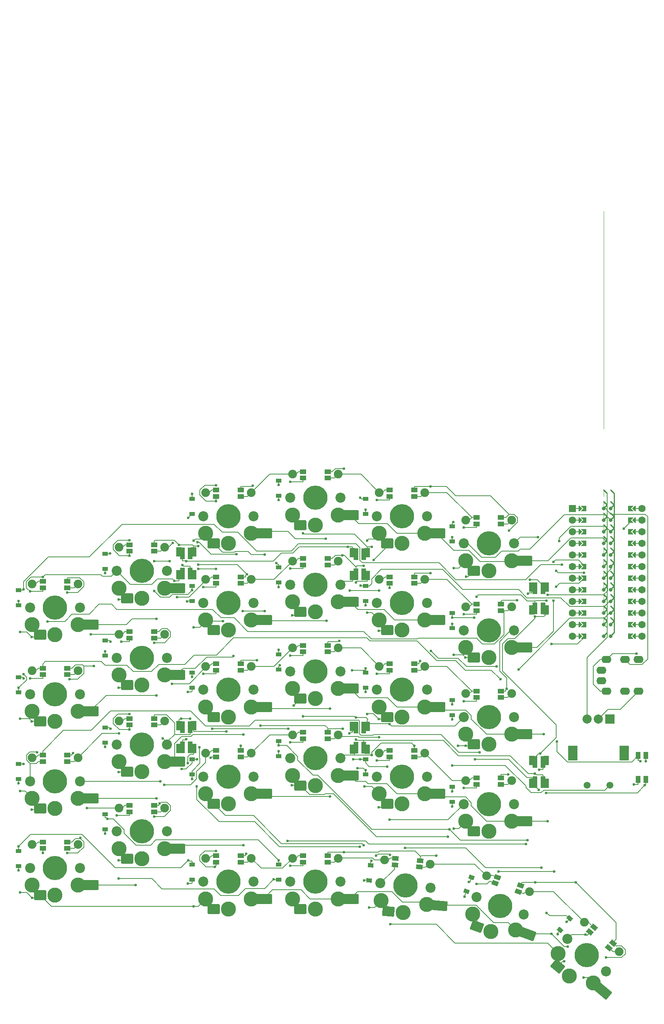
<source format=gbr>
%TF.GenerationSoftware,KiCad,Pcbnew,8.0.4*%
%TF.CreationDate,2024-11-04T19:06:09-07:00*%
%TF.ProjectId,boost58,626f6f73-7435-4382-9e6b-696361645f70,0.1*%
%TF.SameCoordinates,Original*%
%TF.FileFunction,Copper,L1,Top*%
%TF.FilePolarity,Positive*%
%FSLAX46Y46*%
G04 Gerber Fmt 4.6, Leading zero omitted, Abs format (unit mm)*
G04 Created by KiCad (PCBNEW 8.0.4) date 2024-11-04 19:06:09*
%MOMM*%
%LPD*%
G01*
G04 APERTURE LIST*
G04 Aperture macros list*
%AMRoundRect*
0 Rectangle with rounded corners*
0 $1 Rounding radius*
0 $2 $3 $4 $5 $6 $7 $8 $9 X,Y pos of 4 corners*
0 Add a 4 corners polygon primitive as box body*
4,1,4,$2,$3,$4,$5,$6,$7,$8,$9,$2,$3,0*
0 Add four circle primitives for the rounded corners*
1,1,$1+$1,$2,$3*
1,1,$1+$1,$4,$5*
1,1,$1+$1,$6,$7*
1,1,$1+$1,$8,$9*
0 Add four rect primitives between the rounded corners*
20,1,$1+$1,$2,$3,$4,$5,0*
20,1,$1+$1,$4,$5,$6,$7,0*
20,1,$1+$1,$6,$7,$8,$9,0*
20,1,$1+$1,$8,$9,$2,$3,0*%
%AMRotRect*
0 Rectangle, with rotation*
0 The origin of the aperture is its center*
0 $1 length*
0 $2 width*
0 $3 Rotation angle, in degrees counterclockwise*
0 Add horizontal line*
21,1,$1,$2,0,0,$3*%
%AMFreePoly0*
4,1,5,0.125000,-0.500000,-0.125000,-0.500000,-0.125000,0.500000,0.125000,0.500000,0.125000,-0.500000,0.125000,-0.500000,$1*%
%AMFreePoly1*
4,1,6,0.600000,0.200000,0.000000,-0.400000,-0.600000,0.200000,-0.600000,0.400000,0.600000,0.400000,0.600000,0.200000,0.600000,0.200000,$1*%
%AMFreePoly2*
4,1,6,0.600000,-0.250000,-0.600000,-0.250000,-0.600000,1.000000,0.000000,0.400000,0.600000,1.000000,0.600000,-0.250000,0.600000,-0.250000,$1*%
%AMFreePoly3*
4,1,49,0.069446,4.167933,0.088388,4.152388,0.854389,3.386388,0.869934,3.367446,0.888598,3.322386,0.891000,3.298000,0.891000,0.766000,0.888598,0.741614,0.869934,0.696554,0.854389,0.677612,0.088388,-0.088388,0.069446,-0.103933,0.064963,-0.105789,0.062500,-0.108253,0.052631,-0.110897,0.024387,-0.122598,0.008964,-0.122598,0.000000,-0.125000,-0.008964,-0.122598,-0.024387,-0.122598,
-0.052631,-0.110897,-0.062500,-0.108253,-0.064963,-0.105789,-0.069446,-0.103933,-0.103933,-0.069446,-0.105789,-0.064963,-0.108253,-0.062500,-0.110897,-0.052631,-0.122598,-0.024387,-0.122598,-0.008964,-0.125000,0.000000,-0.122598,0.008964,-0.122598,0.024387,-0.110897,0.052631,-0.108253,0.062500,-0.105789,0.064963,-0.103933,0.069446,-0.088388,0.088388,0.641000,0.817776,0.641000,3.246223,
-0.088388,3.975612,-0.103933,3.994554,-0.122598,4.039613,-0.122598,4.088387,-0.103933,4.133446,-0.069446,4.167933,-0.024387,4.186598,0.024387,4.186598,0.069446,4.167933,0.069446,4.167933,$1*%
%AMFreePoly4*
4,1,50,0.069446,4.167933,0.088388,4.152388,0.850389,3.390388,0.865934,3.371446,0.884598,3.326386,0.887000,3.302000,0.887000,0.762000,0.884598,0.737614,0.884598,0.737613,0.865934,0.692554,0.850389,0.673612,0.088388,-0.088388,0.069446,-0.103933,0.064963,-0.105789,0.062500,-0.108253,0.052631,-0.110897,0.024387,-0.122598,0.008964,-0.122598,0.000000,-0.125000,-0.008964,-0.122598,
-0.024387,-0.122598,-0.052631,-0.110897,-0.062500,-0.108253,-0.064963,-0.105789,-0.069446,-0.103933,-0.103933,-0.069446,-0.105789,-0.064963,-0.108253,-0.062500,-0.110897,-0.052631,-0.122598,-0.024387,-0.122598,-0.008964,-0.125000,0.000000,-0.122598,0.008964,-0.122598,0.024387,-0.110897,0.052631,-0.108253,0.062500,-0.105789,0.064963,-0.103933,0.069446,-0.088388,0.088388,0.637000,0.813776,
0.637000,3.250223,-0.088388,3.975612,-0.103933,3.994554,-0.122598,4.039613,-0.122598,4.088387,-0.103933,4.133446,-0.069446,4.167933,-0.024387,4.186598,0.024387,4.186598,0.069446,4.167933,0.069446,4.167933,$1*%
G04 Aperture macros list end*
%TA.AperFunction,SMDPad,CuDef*%
%ADD10R,1.000000X2.600000*%
%TD*%
%TA.AperFunction,SMDPad,CuDef*%
%ADD11R,1.200000X2.000000*%
%TD*%
%TA.AperFunction,ComponentPad*%
%ADD12R,2.000000X3.200000*%
%TD*%
%TA.AperFunction,ComponentPad*%
%ADD13C,1.500000*%
%TD*%
%TA.AperFunction,ComponentPad*%
%ADD14R,2.000000X2.000000*%
%TD*%
%TA.AperFunction,ComponentPad*%
%ADD15C,2.000000*%
%TD*%
%TA.AperFunction,SMDPad,CuDef*%
%ADD16R,1.000000X1.550000*%
%TD*%
%TA.AperFunction,ComponentPad*%
%ADD17O,2.200000X1.600000*%
%TD*%
%TA.AperFunction,ComponentPad*%
%ADD18C,1.600000*%
%TD*%
%TA.AperFunction,SMDPad,CuDef*%
%ADD19FreePoly0,270.000000*%
%TD*%
%TA.AperFunction,SMDPad,CuDef*%
%ADD20FreePoly1,270.000000*%
%TD*%
%TA.AperFunction,SMDPad,CuDef*%
%ADD21FreePoly1,90.000000*%
%TD*%
%TA.AperFunction,SMDPad,CuDef*%
%ADD22FreePoly0,90.000000*%
%TD*%
%TA.AperFunction,ComponentPad*%
%ADD23R,1.600000X1.600000*%
%TD*%
%TA.AperFunction,SMDPad,CuDef*%
%ADD24FreePoly2,270.000000*%
%TD*%
%TA.AperFunction,SMDPad,CuDef*%
%ADD25FreePoly3,270.000000*%
%TD*%
%TA.AperFunction,ComponentPad*%
%ADD26C,0.800000*%
%TD*%
%TA.AperFunction,SMDPad,CuDef*%
%ADD27FreePoly4,90.000000*%
%TD*%
%TA.AperFunction,SMDPad,CuDef*%
%ADD28FreePoly2,90.000000*%
%TD*%
%TA.AperFunction,ComponentPad*%
%ADD29C,2.200000*%
%TD*%
%TA.AperFunction,ComponentPad*%
%ADD30C,1.900000*%
%TD*%
%TA.AperFunction,ComponentPad*%
%ADD31C,3.300000*%
%TD*%
%TA.AperFunction,ComponentPad*%
%ADD32C,5.300000*%
%TD*%
%TA.AperFunction,SMDPad,CuDef*%
%ADD33RoundRect,0.215000X1.685000X0.860000X-1.685000X0.860000X-1.685000X-0.860000X1.685000X-0.860000X0*%
%TD*%
%TA.AperFunction,SMDPad,CuDef*%
%ADD34RoundRect,0.215000X1.110000X0.860000X-1.110000X0.860000X-1.110000X-0.860000X1.110000X-0.860000X0*%
%TD*%
%TA.AperFunction,SMDPad,CuDef*%
%ADD35RotRect,0.900000X1.200000X230.000000*%
%TD*%
%TA.AperFunction,SMDPad,CuDef*%
%ADD36R,1.400000X1.000000*%
%TD*%
%TA.AperFunction,SMDPad,CuDef*%
%ADD37R,1.200000X0.900000*%
%TD*%
%TA.AperFunction,SMDPad,CuDef*%
%ADD38RotRect,0.900000X1.200000X265.000000*%
%TD*%
%TA.AperFunction,SMDPad,CuDef*%
%ADD39RotRect,1.400000X1.000000X320.000000*%
%TD*%
%TA.AperFunction,SMDPad,CuDef*%
%ADD40RoundRect,0.215000X1.843582X-0.424299X-0.737988X1.741895X-1.843582X0.424299X0.737988X-1.741895X0*%
%TD*%
%TA.AperFunction,SMDPad,CuDef*%
%ADD41RoundRect,0.215000X1.403107X-0.054696X-0.297512X1.372292X-1.403107X0.054696X0.297512X-1.372292X0*%
%TD*%
%TA.AperFunction,SMDPad,CuDef*%
%ADD42RotRect,1.400000X1.000000X355.000000*%
%TD*%
%TA.AperFunction,SMDPad,CuDef*%
%ADD43RotRect,1.400000X1.000000X340.000000*%
%TD*%
%TA.AperFunction,SMDPad,CuDef*%
%ADD44RoundRect,0.215000X1.877519X0.231832X-1.289245X1.384440X-1.877519X-0.231832X1.289245X-1.384440X0*%
%TD*%
%TA.AperFunction,SMDPad,CuDef*%
%ADD45RoundRect,0.215000X1.337196X0.428493X-0.748921X1.187778X-1.337196X-0.428493X0.748921X-1.187778X0*%
%TD*%
%TA.AperFunction,SMDPad,CuDef*%
%ADD46RotRect,0.900000X1.200000X250.000000*%
%TD*%
%TA.AperFunction,SMDPad,CuDef*%
%ADD47RoundRect,0.215000X1.753542X0.709870X-1.603634X1.003585X-1.753542X-0.709870X1.603634X-1.003585X0*%
%TD*%
%TA.AperFunction,SMDPad,CuDef*%
%ADD48RoundRect,0.215000X1.180730X0.759985X-1.030822X0.953470X-1.180730X-0.759985X1.030822X-0.953470X0*%
%TD*%
%TA.AperFunction,ViaPad*%
%ADD49C,0.600000*%
%TD*%
%TA.AperFunction,Conductor*%
%ADD50C,0.200000*%
%TD*%
G04 APERTURE END LIST*
D10*
%TO.P,U_3,1*%
%TO.N,VCC*%
X105875000Y-93700000D03*
%TO.P,U_3,2*%
%TO.N,u04*%
X107625000Y-93700000D03*
%TO.P,U_3,3*%
%TO.N,GND*%
X107625000Y-89300000D03*
%TO.P,U_3,4*%
%TO.N,u03*%
X105875000Y-89300000D03*
D11*
%TO.P,U_3,11*%
%TO.N,VCC*%
X105150000Y-94000000D03*
%TO.P,U_3,22*%
%TO.N,u04*%
X108350000Y-94000000D03*
%TO.P,U_3,33*%
%TO.N,GND*%
X108350000Y-89000000D03*
%TO.P,U_3,44*%
%TO.N,u03*%
X105150000Y-89000000D03*
%TD*%
D12*
%TO.P,Rotary1,*%
%TO.N,*%
X164640000Y-94880000D03*
X153440000Y-94880000D03*
D13*
%TO.P,Rotary1,1*%
%TO.N,P14*%
X161540000Y-101880000D03*
%TO.P,Rotary1,2*%
%TO.N,P6*%
X156540000Y-101880000D03*
D14*
%TO.P,Rotary1,A*%
%TO.N,P7*%
X161540000Y-87380000D03*
D15*
%TO.P,Rotary1,B*%
%TO.N,P8*%
X156540000Y-87380000D03*
%TO.P,Rotary1,C*%
%TO.N,GND*%
X159040000Y-87380000D03*
%TD*%
D16*
%TO.P,RST1,1*%
%TO.N,GND*%
X169450000Y-100625000D03*
%TO.P,RST1,2*%
%TO.N,RST*%
X167750000Y-100625000D03*
%TO.P,RST1,3*%
%TO.N,GND*%
X169450000Y-95375000D03*
%TO.P,RST1,4*%
%TO.N,RST*%
X167750000Y-95375000D03*
%TD*%
D17*
%TO.P,TRRS1,1*%
%TO.N,VCC*%
X159700000Y-76700000D03*
X159700000Y-79000000D03*
%TO.P,TRRS1,2*%
%TO.N,P0*%
X160800000Y-74400000D03*
X160800000Y-81300000D03*
%TO.P,TRRS1,3*%
%TO.N,P1*%
X164800000Y-74400000D03*
X164800000Y-81300000D03*
%TO.P,TRRS1,4*%
%TO.N,GND*%
X167800000Y-74400000D03*
X167800000Y-81300000D03*
%TD*%
D10*
%TO.P,U_4,1*%
%TO.N,VCC*%
X105875000Y-55700000D03*
%TO.P,U_4,2*%
%TO.N,u03*%
X107625000Y-55700000D03*
%TO.P,U_4,3*%
%TO.N,GND*%
X107625000Y-51300000D03*
%TO.P,U_4,4*%
%TO.N,u02*%
X105875000Y-51300000D03*
D11*
%TO.P,U_4,11*%
%TO.N,VCC*%
X105150000Y-56000000D03*
%TO.P,U_4,22*%
%TO.N,u03*%
X108350000Y-56000000D03*
%TO.P,U_4,33*%
%TO.N,GND*%
X108350000Y-51000000D03*
%TO.P,U_4,44*%
%TO.N,u02*%
X105150000Y-51000000D03*
%TD*%
D10*
%TO.P,U_6,1*%
%TO.N,VCC*%
X146875000Y-58800000D03*
%TO.P,U_6,2*%
%TO.N,u06*%
X145125000Y-58800000D03*
%TO.P,U_6,3*%
%TO.N,GND*%
X145125000Y-63200000D03*
%TO.P,U_6,4*%
%TO.N,u05*%
X146875000Y-63200000D03*
D11*
%TO.P,U_6,11*%
%TO.N,VCC*%
X147600000Y-58500000D03*
%TO.P,U_6,22*%
%TO.N,u06*%
X144400000Y-58500000D03*
%TO.P,U_6,33*%
%TO.N,GND*%
X144400000Y-63500000D03*
%TO.P,U_6,44*%
%TO.N,u05*%
X147600000Y-63500000D03*
%TD*%
D18*
%TO.P,MCU1,*%
%TO.N,*%
X168608000Y-41320000D03*
D19*
X167338000Y-41320000D03*
D20*
X166830000Y-41320000D03*
D21*
X155146000Y-41320000D03*
D22*
X154638000Y-41320000D03*
D18*
X153368000Y-41320000D03*
D23*
X153368000Y-41320000D03*
D18*
X168608000Y-43860000D03*
D19*
X167338000Y-43860000D03*
D20*
X166830000Y-43860000D03*
D21*
X155146000Y-43860000D03*
D22*
X154638000Y-43860000D03*
D18*
X153368000Y-43860000D03*
X168608000Y-46400000D03*
D19*
X167338000Y-46400000D03*
D20*
X166830000Y-46400000D03*
D21*
X155146000Y-46400000D03*
D22*
X154638000Y-46400000D03*
D18*
X153368000Y-46400000D03*
X168608000Y-48940000D03*
D19*
X167338000Y-48940000D03*
D20*
X166830000Y-48940000D03*
D21*
X155146000Y-48940000D03*
D22*
X154638000Y-48940000D03*
D18*
X153368000Y-48940000D03*
X168608000Y-51480000D03*
D19*
X167338000Y-51480000D03*
D20*
X166830000Y-51480000D03*
D21*
X155146000Y-51480000D03*
D22*
X154638000Y-51480000D03*
D18*
X153368000Y-51480000D03*
X168608000Y-54020000D03*
D19*
X167338000Y-54020000D03*
D20*
X166830000Y-54020000D03*
D21*
X155146000Y-54020000D03*
D22*
X154638000Y-54020000D03*
D18*
X153368000Y-54020000D03*
X168608000Y-56560000D03*
D19*
X167338000Y-56560000D03*
D20*
X166830000Y-56560000D03*
D21*
X155146000Y-56560000D03*
D22*
X154638000Y-56560000D03*
D18*
X153368000Y-56560000D03*
X168608000Y-59100000D03*
D19*
X167338000Y-59100000D03*
D20*
X166830000Y-59100000D03*
D21*
X155146000Y-59100000D03*
D22*
X154638000Y-59100000D03*
D18*
X153368000Y-59100000D03*
X168608000Y-61640000D03*
D19*
X167338000Y-61640000D03*
D20*
X166830000Y-61640000D03*
D21*
X155146000Y-61640000D03*
D22*
X154638000Y-61640000D03*
D18*
X153368000Y-61640000D03*
X168608000Y-64180000D03*
D19*
X167338000Y-64180000D03*
D20*
X166830000Y-64180000D03*
D21*
X155146000Y-64180000D03*
D22*
X154638000Y-64180000D03*
D18*
X153368000Y-64180000D03*
X168608000Y-66720000D03*
D19*
X167338000Y-66720000D03*
D20*
X166830000Y-66720000D03*
D21*
X155146000Y-66720000D03*
D22*
X154638000Y-66720000D03*
D18*
X153368000Y-66720000D03*
X168608000Y-69260000D03*
D19*
X167338000Y-69260000D03*
D20*
X166830000Y-69260000D03*
D21*
X155146000Y-69260000D03*
D22*
X154638000Y-69260000D03*
D18*
X153368000Y-69260000D03*
D24*
%TO.P,MCU1,1*%
%TO.N,RAW*%
X165814000Y-41320000D03*
D25*
X161750000Y-41320000D03*
D26*
X161750000Y-41320000D03*
D24*
%TO.P,MCU1,2*%
%TO.N,GND*%
X165814000Y-43860000D03*
D25*
X161750000Y-43860000D03*
D26*
X161750000Y-43860000D03*
D24*
%TO.P,MCU1,3*%
%TO.N,RST*%
X165814000Y-46400000D03*
D25*
X161750000Y-46400000D03*
D26*
X161750000Y-46400000D03*
D24*
%TO.P,MCU1,4*%
%TO.N,VCC*%
X165814000Y-48940000D03*
D25*
X161750000Y-48940000D03*
D26*
X161750000Y-48940000D03*
D24*
%TO.P,MCU1,5*%
%TO.N,P21*%
X165814000Y-51480000D03*
D25*
X161750000Y-51480000D03*
D26*
X161750000Y-51480000D03*
D24*
%TO.P,MCU1,6*%
%TO.N,P20*%
X165814000Y-54020000D03*
D25*
X161750000Y-54020000D03*
D26*
X161750000Y-54020000D03*
D24*
%TO.P,MCU1,7*%
%TO.N,P19*%
X165814000Y-56560000D03*
D25*
X161750000Y-56560000D03*
D26*
X161750000Y-56560000D03*
D24*
%TO.P,MCU1,8*%
%TO.N,P18*%
X165814000Y-59100000D03*
D25*
X161750000Y-59100000D03*
D26*
X161750000Y-59100000D03*
D24*
%TO.P,MCU1,9*%
%TO.N,P15*%
X165814000Y-61640000D03*
D25*
X161750000Y-61640000D03*
D26*
X161750000Y-61640000D03*
D24*
%TO.P,MCU1,10*%
%TO.N,P14*%
X165814000Y-64180000D03*
D25*
X161750000Y-64180000D03*
D26*
X161750000Y-64180000D03*
D24*
%TO.P,MCU1,11*%
%TO.N,P16*%
X165814000Y-66720000D03*
D25*
X161750000Y-66720000D03*
D26*
X161750000Y-66720000D03*
D24*
%TO.P,MCU1,12*%
%TO.N,P10*%
X165814000Y-69260000D03*
D25*
X161750000Y-69260000D03*
D26*
X161750000Y-69260000D03*
D27*
%TO.P,MCU1,13*%
%TO.N,P9*%
X160226000Y-69260000D03*
D26*
X160226000Y-69260000D03*
D28*
X156162000Y-69260000D03*
D27*
%TO.P,MCU1,14*%
%TO.N,P8*%
X160226000Y-66720000D03*
D26*
X160226000Y-66720000D03*
D28*
X156162000Y-66720000D03*
D27*
%TO.P,MCU1,15*%
%TO.N,P7*%
X160226000Y-64180000D03*
D26*
X160226000Y-64180000D03*
D28*
X156162000Y-64180000D03*
D27*
%TO.P,MCU1,16*%
%TO.N,P6*%
X160226000Y-61640000D03*
D26*
X160226000Y-61640000D03*
D28*
X156162000Y-61640000D03*
D27*
%TO.P,MCU1,17*%
%TO.N,P5*%
X160226000Y-59100000D03*
D26*
X160226000Y-59100000D03*
D28*
X156162000Y-59100000D03*
D27*
%TO.P,MCU1,18*%
%TO.N,P4*%
X160226000Y-56560000D03*
D26*
X160226000Y-56560000D03*
D28*
X156162000Y-56560000D03*
D27*
%TO.P,MCU1,19*%
%TO.N,P3*%
X160226000Y-54020000D03*
D26*
X160226000Y-54020000D03*
D28*
X156162000Y-54020000D03*
D27*
%TO.P,MCU1,20*%
%TO.N,P2*%
X160226000Y-51480000D03*
D26*
X160226000Y-51480000D03*
D28*
X156162000Y-51480000D03*
D27*
%TO.P,MCU1,21*%
%TO.N,GND*%
X160226000Y-48940000D03*
D26*
X160226000Y-48940000D03*
D28*
X156162000Y-48940000D03*
D27*
%TO.P,MCU1,22*%
X160226000Y-46400000D03*
D26*
X160226000Y-46400000D03*
D28*
X156162000Y-46400000D03*
D27*
%TO.P,MCU1,23*%
%TO.N,P0*%
X160226000Y-43860000D03*
D26*
X160226000Y-43860000D03*
D28*
X156162000Y-43860000D03*
D27*
%TO.P,MCU1,24*%
%TO.N,P1*%
X160226000Y-41320000D03*
D26*
X160226000Y-41320000D03*
D28*
X156162000Y-41320000D03*
%TD*%
D10*
%TO.P,U_5,1*%
%TO.N,VCC*%
X146875000Y-96800000D03*
%TO.P,U_5,2*%
%TO.N,u05*%
X145125000Y-96800000D03*
%TO.P,U_5,3*%
%TO.N,GND*%
X145125000Y-101200000D03*
%TO.P,U_5,4*%
%TO.N,u04*%
X146875000Y-101200000D03*
D11*
%TO.P,U_5,11*%
%TO.N,VCC*%
X147600000Y-96500000D03*
%TO.P,U_5,22*%
%TO.N,u05*%
X144400000Y-96500000D03*
%TO.P,U_5,33*%
%TO.N,GND*%
X144400000Y-101500000D03*
%TO.P,U_5,44*%
%TO.N,u04*%
X147600000Y-101500000D03*
%TD*%
D10*
%TO.P,U_1,1*%
%TO.N,VCC*%
X69625000Y-89150000D03*
%TO.P,U_1,2*%
%TO.N,u01*%
X67875000Y-89150000D03*
%TO.P,U_1,3*%
%TO.N,GND*%
X67875000Y-93550000D03*
%TO.P,U_1,4*%
%TO.N,r0c1*%
X69625000Y-93550000D03*
D11*
%TO.P,U_1,11*%
%TO.N,VCC*%
X70350000Y-88850000D03*
%TO.P,U_1,22*%
%TO.N,u01*%
X67150000Y-88850000D03*
%TO.P,U_1,33*%
%TO.N,GND*%
X67150000Y-93850000D03*
%TO.P,U_1,44*%
%TO.N,r0c1*%
X70350000Y-93850000D03*
%TD*%
D10*
%TO.P,U_2,1*%
%TO.N,VCC*%
X69625000Y-51150000D03*
%TO.P,U_2,2*%
%TO.N,u02*%
X67875000Y-51150000D03*
%TO.P,U_2,3*%
%TO.N,GND*%
X67875000Y-55550000D03*
%TO.P,U_2,4*%
%TO.N,u01*%
X69625000Y-55550000D03*
D11*
%TO.P,U_2,11*%
%TO.N,VCC*%
X70350000Y-50850000D03*
%TO.P,U_2,22*%
%TO.N,u02*%
X67150000Y-50850000D03*
%TO.P,U_2,33*%
%TO.N,GND*%
X67150000Y-55850000D03*
%TO.P,U_2,44*%
%TO.N,u01*%
X70350000Y-55850000D03*
%TD*%
D29*
%TO.P,SW26,*%
%TO.N,VCC*%
X102500000Y-123000000D03*
D30*
%TO.N,r0c3*%
X102000000Y-117850000D03*
D31*
%TO.N,*%
X97000000Y-128950000D03*
D32*
X97000000Y-123000000D03*
D30*
%TO.N,r0c2*%
X92000000Y-117850000D03*
D29*
%TO.N,GND*%
X91500000Y-123000000D03*
D33*
%TO.P,SW26,1*%
%TO.N,P6*%
X104647500Y-126750000D03*
D31*
X102000000Y-126750000D03*
D34*
%TO.P,SW26,2*%
%TO.N,DP20*%
X93755000Y-128950000D03*
D31*
X92000000Y-126750000D03*
%TD*%
D35*
%TO.P,D29,1*%
%TO.N,P15*%
X152743400Y-131030027D03*
%TO.P,D29,2*%
%TO.N,DP15*%
X150622200Y-133557973D03*
%TD*%
D36*
%TO.P,L8,1*%
%TO.N,VCC*%
X61700000Y-49300000D03*
%TO.P,L8,2*%
%TO.N,r4c2*%
X61700000Y-50700000D03*
%TO.P,L8,3*%
%TO.N,GND*%
X56300000Y-50700000D03*
%TO.P,L8,4*%
%TO.N,r4c1*%
X56300000Y-49300000D03*
%TD*%
D37*
%TO.P,D15,1*%
%TO.N,P18*%
X89000000Y-54250000D03*
%TO.P,D15,2*%
%TO.N,DP18*%
X89000000Y-57550000D03*
%TD*%
D36*
%TO.P,L11,1*%
%TO.N,VCC*%
X80700000Y-56300000D03*
%TO.P,L11,2*%
%TO.N,r3c3*%
X80700000Y-57700000D03*
%TO.P,L11,3*%
%TO.N,GND*%
X75300000Y-57700000D03*
%TO.P,L11,4*%
%TO.N,r3c2*%
X75300000Y-56300000D03*
%TD*%
D29*
%TO.P,SW22,*%
%TO.N,VCC*%
X140500000Y-87000000D03*
D30*
%TO.N,r3c0*%
X140000000Y-81850000D03*
D31*
%TO.N,*%
X135000000Y-92950000D03*
D32*
X135000000Y-87000000D03*
D30*
%TO.N,r2c5*%
X130000000Y-81850000D03*
D29*
%TO.N,GND*%
X129500000Y-87000000D03*
D33*
%TO.P,SW22,1*%
%TO.N,P4*%
X142647500Y-90750000D03*
D31*
X140000000Y-90750000D03*
D34*
%TO.P,SW22,2*%
%TO.N,DP14*%
X131755000Y-92950000D03*
D31*
X130000000Y-90750000D03*
%TD*%
D36*
%TO.P,L22,1*%
%TO.N,VCC*%
X137700000Y-81300000D03*
%TO.P,L22,2*%
%TO.N,r3c0*%
X137700000Y-82700000D03*
%TO.P,L22,3*%
%TO.N,GND*%
X132300000Y-82700000D03*
%TO.P,L22,4*%
%TO.N,r2c5*%
X132300000Y-81300000D03*
%TD*%
D37*
%TO.P,D26,1*%
%TO.N,P20*%
X89000000Y-119250000D03*
%TO.P,D26,2*%
%TO.N,DP20*%
X89000000Y-122550000D03*
%TD*%
D29*
%TO.P,SW20,*%
%TO.N,VCC*%
X121500000Y-43000000D03*
D30*
%TO.N,r4c5*%
X121000000Y-37850000D03*
D31*
%TO.N,*%
X116000000Y-48950000D03*
D32*
X116000000Y-43000000D03*
D30*
%TO.N,r4c4*%
X111000000Y-37850000D03*
D29*
%TO.N,GND*%
X110500000Y-43000000D03*
D33*
%TO.P,SW20,1*%
%TO.N,P2*%
X123647500Y-46750000D03*
D31*
X121000000Y-46750000D03*
D34*
%TO.P,SW20,2*%
%TO.N,DP15*%
X112755000Y-48950000D03*
D31*
X111000000Y-46750000D03*
%TD*%
D36*
%TO.P,L25,1*%
%TO.N,VCC*%
X80700000Y-117300000D03*
%TO.P,L25,2*%
%TO.N,r0c2*%
X80700000Y-118700000D03*
%TO.P,L25,3*%
%TO.N,GND*%
X75300000Y-118700000D03*
%TO.P,L25,4*%
%TO.N,r0c1*%
X75300000Y-117300000D03*
%TD*%
D29*
%TO.P,SW21,*%
%TO.N,VCC*%
X140500000Y-106000000D03*
D30*
%TO.N,r2c0*%
X140000000Y-100850000D03*
D31*
%TO.N,*%
X135000000Y-111950000D03*
D32*
X135000000Y-106000000D03*
D30*
%TO.N,r1c5*%
X130000000Y-100850000D03*
D29*
%TO.N,GND*%
X129500000Y-106000000D03*
D33*
%TO.P,SW21,1*%
%TO.N,P5*%
X142647500Y-109750000D03*
D31*
X140000000Y-109750000D03*
D34*
%TO.P,SW21,2*%
%TO.N,DP14*%
X131755000Y-111950000D03*
D31*
X130000000Y-109750000D03*
%TD*%
D36*
%TO.P,L18,1*%
%TO.N,VCC*%
X118700000Y-75300000D03*
%TO.P,L18,2*%
%TO.N,r2c5*%
X118700000Y-76700000D03*
%TO.P,L18,3*%
%TO.N,GND*%
X113300000Y-76700000D03*
%TO.P,L18,4*%
%TO.N,r2c4*%
X113300000Y-75300000D03*
%TD*%
D29*
%TO.P,SW15,*%
%TO.N,VCC*%
X102500000Y-58000000D03*
D30*
%TO.N,r3c4*%
X102000000Y-52850000D03*
D31*
%TO.N,*%
X97000000Y-63950000D03*
D32*
X97000000Y-58000000D03*
D30*
%TO.N,r3c3*%
X92000000Y-52850000D03*
D29*
%TO.N,GND*%
X91500000Y-58000000D03*
D33*
%TO.P,SW15,1*%
%TO.N,P3*%
X104647500Y-61750000D03*
D31*
X102000000Y-61750000D03*
D34*
%TO.P,SW15,2*%
%TO.N,DP18*%
X93755000Y-63950000D03*
D31*
X92000000Y-61750000D03*
%TD*%
D29*
%TO.P,SW9,*%
%TO.N,VCC*%
X83500000Y-100000000D03*
D30*
%TO.N,r1c3*%
X83000000Y-94850000D03*
D31*
%TO.N,*%
X78000000Y-105950000D03*
D32*
X78000000Y-100000000D03*
D30*
%TO.N,r1c2*%
X73000000Y-94850000D03*
D29*
%TO.N,GND*%
X72500000Y-100000000D03*
D33*
%TO.P,SW9,1*%
%TO.N,P5*%
X85647500Y-103750000D03*
D31*
X83000000Y-103750000D03*
D34*
%TO.P,SW9,2*%
%TO.N,DP19*%
X74755000Y-105950000D03*
D31*
X73000000Y-103750000D03*
%TD*%
D36*
%TO.P,L6,1*%
%TO.N,VCC*%
X61700000Y-87300000D03*
%TO.P,L6,2*%
%TO.N,r2c2*%
X61700000Y-88700000D03*
%TO.P,L6,3*%
%TO.N,GND*%
X56300000Y-88700000D03*
%TO.P,L6,4*%
%TO.N,r2c1*%
X56300000Y-87300000D03*
%TD*%
D37*
%TO.P,D22,1*%
%TO.N,P14*%
X127000000Y-83250000D03*
%TO.P,D22,2*%
%TO.N,DP14*%
X127000000Y-86550000D03*
%TD*%
D29*
%TO.P,SW14,*%
%TO.N,VCC*%
X102500000Y-77000000D03*
D30*
%TO.N,r2c4*%
X102000000Y-71850000D03*
D31*
%TO.N,*%
X97000000Y-82950000D03*
D32*
X97000000Y-77000000D03*
D30*
%TO.N,r2c3*%
X92000000Y-71850000D03*
D29*
%TO.N,GND*%
X91500000Y-77000000D03*
D33*
%TO.P,SW14,1*%
%TO.N,P4*%
X104647500Y-80750000D03*
D31*
X102000000Y-80750000D03*
D34*
%TO.P,SW14,2*%
%TO.N,DP18*%
X93755000Y-82950000D03*
D31*
X92000000Y-80750000D03*
%TD*%
D36*
%TO.P,L1,1*%
%TO.N,VCC*%
X42700000Y-114300000D03*
%TO.P,L1,2*%
%TO.N,r1c1*%
X42700000Y-115700000D03*
%TO.P,L1,3*%
%TO.N,GND*%
X37300000Y-115700000D03*
%TO.P,L1,4*%
%TO.N,r1c0*%
X37300000Y-114300000D03*
%TD*%
D29*
%TO.P,SW11,*%
%TO.N,VCC*%
X83500000Y-62000000D03*
D30*
%TO.N,r3c3*%
X83000000Y-56850000D03*
D31*
%TO.N,*%
X78000000Y-67950000D03*
D32*
X78000000Y-62000000D03*
D30*
%TO.N,r3c2*%
X73000000Y-56850000D03*
D29*
%TO.N,GND*%
X72500000Y-62000000D03*
D33*
%TO.P,SW11,1*%
%TO.N,P3*%
X85647500Y-65750000D03*
D31*
X83000000Y-65750000D03*
D34*
%TO.P,SW11,2*%
%TO.N,DP19*%
X74755000Y-67950000D03*
D31*
X73000000Y-65750000D03*
%TD*%
D36*
%TO.P,L24,1*%
%TO.N,VCC*%
X137700000Y-43300000D03*
%TO.P,L24,2*%
%TO.N,P9*%
X137700000Y-44700000D03*
%TO.P,L24,3*%
%TO.N,GND*%
X132300000Y-44700000D03*
%TO.P,L24,4*%
%TO.N,r4c5*%
X132300000Y-43300000D03*
%TD*%
D38*
%TO.P,D27,1*%
%TO.N,P19*%
X109107407Y-119385679D03*
%TO.P,D27,2*%
%TO.N,DP19*%
X108819793Y-122673121D03*
%TD*%
D36*
%TO.P,L12,1*%
%TO.N,VCC*%
X80700000Y-37300000D03*
%TO.P,L12,2*%
%TO.N,r4c3*%
X80700000Y-38700000D03*
%TO.P,L12,3*%
%TO.N,GND*%
X75300000Y-38700000D03*
%TO.P,L12,4*%
%TO.N,r4c2*%
X75300000Y-37300000D03*
%TD*%
D37*
%TO.P,D25,1*%
%TO.N,P21*%
X70000000Y-119250000D03*
%TO.P,D25,2*%
%TO.N,DP21*%
X70000000Y-122550000D03*
%TD*%
D29*
%TO.P,SW7,*%
%TO.N,VCC*%
X64500000Y-74000000D03*
D30*
%TO.N,r3c2*%
X64000000Y-68850000D03*
D31*
%TO.N,*%
X59000000Y-79950000D03*
D32*
X59000000Y-74000000D03*
D30*
%TO.N,r3c1*%
X54000000Y-68850000D03*
D29*
%TO.N,GND*%
X53500000Y-74000000D03*
D33*
%TO.P,SW7,1*%
%TO.N,P3*%
X66647500Y-77750000D03*
D31*
X64000000Y-77750000D03*
D34*
%TO.P,SW7,2*%
%TO.N,DP20*%
X55755000Y-79950000D03*
D31*
X54000000Y-77750000D03*
%TD*%
D29*
%TO.P,SW17,*%
%TO.N,VCC*%
X121500000Y-100000000D03*
D30*
%TO.N,r1c5*%
X121000000Y-94850000D03*
D31*
%TO.N,*%
X116000000Y-105950000D03*
D32*
X116000000Y-100000000D03*
D30*
%TO.N,r1c4*%
X111000000Y-94850000D03*
D29*
%TO.N,GND*%
X110500000Y-100000000D03*
D33*
%TO.P,SW17,1*%
%TO.N,P5*%
X123647500Y-103750000D03*
D31*
X121000000Y-103750000D03*
D34*
%TO.P,SW17,2*%
%TO.N,DP15*%
X112755000Y-105950000D03*
D31*
X111000000Y-103750000D03*
%TD*%
D37*
%TO.P,D24,1*%
%TO.N,P14*%
X127000000Y-45250000D03*
%TO.P,D24,2*%
%TO.N,DP14*%
X127000000Y-48550000D03*
%TD*%
D36*
%TO.P,L19,1*%
%TO.N,VCC*%
X118700000Y-56300000D03*
%TO.P,L19,2*%
%TO.N,r3c5*%
X118700000Y-57700000D03*
%TO.P,L19,3*%
%TO.N,GND*%
X113300000Y-57700000D03*
%TO.P,L19,4*%
%TO.N,r3c4*%
X113300000Y-56300000D03*
%TD*%
D29*
%TO.P,SW18,*%
%TO.N,VCC*%
X121500000Y-81000000D03*
D30*
%TO.N,r2c5*%
X121000000Y-75850000D03*
D31*
%TO.N,*%
X116000000Y-86950000D03*
D32*
X116000000Y-81000000D03*
D30*
%TO.N,r2c4*%
X111000000Y-75850000D03*
D29*
%TO.N,GND*%
X110500000Y-81000000D03*
D33*
%TO.P,SW18,1*%
%TO.N,P4*%
X123647500Y-84750000D03*
D31*
X121000000Y-84750000D03*
D34*
%TO.P,SW18,2*%
%TO.N,DP15*%
X112755000Y-86950000D03*
D31*
X111000000Y-84750000D03*
%TD*%
D29*
%TO.P,SW13,*%
%TO.N,VCC*%
X102500000Y-96000000D03*
D30*
%TO.N,r1c4*%
X102000000Y-90850000D03*
D31*
%TO.N,*%
X97000000Y-101950000D03*
D32*
X97000000Y-96000000D03*
D30*
%TO.N,r1c3*%
X92000000Y-90850000D03*
D29*
%TO.N,GND*%
X91500000Y-96000000D03*
D33*
%TO.P,SW13,1*%
%TO.N,P5*%
X104647500Y-99750000D03*
D31*
X102000000Y-99750000D03*
D34*
%TO.P,SW13,2*%
%TO.N,DP18*%
X93755000Y-101950000D03*
D31*
X92000000Y-99750000D03*
%TD*%
D37*
%TO.P,D8,1*%
%TO.N,P20*%
X51000000Y-51250000D03*
%TO.P,D8,2*%
%TO.N,DP20*%
X51000000Y-54550000D03*
%TD*%
%TO.P,D16,1*%
%TO.N,P18*%
X89000000Y-35250000D03*
%TO.P,D16,2*%
%TO.N,DP18*%
X89000000Y-38550000D03*
%TD*%
%TO.P,D5,1*%
%TO.N,P20*%
X51000000Y-108250000D03*
%TO.P,D5,2*%
%TO.N,DP20*%
X51000000Y-111550000D03*
%TD*%
%TO.P,D23,1*%
%TO.N,P14*%
X127000000Y-64250000D03*
%TO.P,D23,2*%
%TO.N,DP14*%
X127000000Y-67550000D03*
%TD*%
D29*
%TO.P,SW3,*%
%TO.N,VCC*%
X45500000Y-82000000D03*
D30*
%TO.N,r3c1*%
X45000000Y-76850000D03*
D31*
%TO.N,*%
X40000000Y-87950000D03*
D32*
X40000000Y-82000000D03*
D30*
%TO.N,r3c0*%
X35000000Y-76850000D03*
D29*
%TO.N,GND*%
X34500000Y-82000000D03*
D33*
%TO.P,SW3,1*%
%TO.N,P3*%
X47647500Y-85750000D03*
D31*
X45000000Y-85750000D03*
D34*
%TO.P,SW3,2*%
%TO.N,DP21*%
X36755000Y-87950000D03*
D31*
X35000000Y-85750000D03*
%TD*%
D37*
%TO.P,D6,1*%
%TO.N,P20*%
X51000000Y-89250000D03*
%TO.P,D6,2*%
%TO.N,DP20*%
X51000000Y-92550000D03*
%TD*%
D39*
%TO.P,L29,1*%
%TO.N,VCC*%
X162193571Y-136414095D03*
%TO.P,L29,2*%
%TO.N,c1c0*%
X161293669Y-137486558D03*
%TO.P,L29,3*%
%TO.N,GND*%
X157157029Y-134015505D03*
%TO.P,L29,4*%
%TO.N,r0c5*%
X158056931Y-132943042D03*
%TD*%
D29*
%TO.P,SW29,*%
%TO.N,VCC*%
X160674544Y-142580332D03*
D30*
%TO.N,c1c0*%
X163601878Y-138313809D03*
D31*
%TO.N,*%
X152636714Y-143602964D03*
D32*
X156461300Y-139045000D03*
D30*
%TO.N,r0c5*%
X155941434Y-131885933D03*
D29*
%TO.N,GND*%
X152248056Y-135509668D03*
D40*
%TO.P,SW29,1*%
%TO.N,P6*%
X159909171Y-146833385D03*
D31*
X157881069Y-145131605D03*
D41*
%TO.P,SW29,2*%
%TO.N,DP15*%
X150150900Y-141517119D03*
D31*
X150220624Y-138703729D03*
%TD*%
D37*
%TO.P,D2,1*%
%TO.N,P21*%
X32000000Y-97250000D03*
%TO.P,D2,2*%
%TO.N,DP21*%
X32000000Y-100550000D03*
%TD*%
D29*
%TO.P,SW24,*%
%TO.N,VCC*%
X140500000Y-49000000D03*
D30*
%TO.N,P9*%
X140000000Y-43850000D03*
D31*
%TO.N,*%
X135000000Y-54950000D03*
D32*
X135000000Y-49000000D03*
D30*
%TO.N,r4c5*%
X130000000Y-43850000D03*
D29*
%TO.N,GND*%
X129500000Y-49000000D03*
D33*
%TO.P,SW24,1*%
%TO.N,P2*%
X142647500Y-52750000D03*
D31*
X140000000Y-52750000D03*
D34*
%TO.P,SW24,2*%
%TO.N,DP14*%
X131755000Y-54950000D03*
D31*
X130000000Y-52750000D03*
%TD*%
D37*
%TO.P,D20,1*%
%TO.N,P15*%
X108000000Y-39250000D03*
%TO.P,D20,2*%
%TO.N,DP15*%
X108000000Y-42550000D03*
%TD*%
%TO.P,D11,1*%
%TO.N,P19*%
X70000000Y-58250000D03*
%TO.P,D11,2*%
%TO.N,DP19*%
X70000000Y-61550000D03*
%TD*%
%TO.P,D10,1*%
%TO.N,P19*%
X70000000Y-77250000D03*
%TO.P,D10,2*%
%TO.N,DP19*%
X70000000Y-80550000D03*
%TD*%
D42*
%TO.P,L27,1*%
%TO.N,VCC*%
X119936635Y-118375684D03*
%TO.P,L27,2*%
%TO.N,r0c4*%
X119814617Y-119770357D03*
%TO.P,L27,3*%
%TO.N,GND*%
X114435165Y-119299716D03*
%TO.P,L27,4*%
%TO.N,r0c3*%
X114557183Y-117905043D03*
%TD*%
D29*
%TO.P,SW4,*%
%TO.N,VCC*%
X45500000Y-63000000D03*
D30*
%TO.N,r4c1*%
X45000000Y-57850000D03*
D31*
%TO.N,*%
X40000000Y-68950000D03*
D32*
X40000000Y-63000000D03*
D30*
%TO.N,r4c0*%
X35000000Y-57850000D03*
D29*
%TO.N,GND*%
X34500000Y-63000000D03*
D33*
%TO.P,SW4,1*%
%TO.N,P2*%
X47647500Y-66750000D03*
D31*
X45000000Y-66750000D03*
D34*
%TO.P,SW4,2*%
%TO.N,DP21*%
X36755000Y-68950000D03*
D31*
X35000000Y-66750000D03*
%TD*%
D29*
%TO.P,SW1,*%
%TO.N,VCC*%
X45500000Y-120000000D03*
D30*
%TO.N,r1c1*%
X45000000Y-114850000D03*
D31*
%TO.N,*%
X40000000Y-125950000D03*
D32*
X40000000Y-120000000D03*
D30*
%TO.N,r1c0*%
X35000000Y-114850000D03*
D29*
%TO.N,GND*%
X34500000Y-120000000D03*
D33*
%TO.P,SW1,1*%
%TO.N,P5*%
X47647500Y-123750000D03*
D31*
X45000000Y-123750000D03*
D34*
%TO.P,SW1,2*%
%TO.N,DP21*%
X36755000Y-125950000D03*
D31*
X35000000Y-123750000D03*
%TD*%
D29*
%TO.P,SW8,*%
%TO.N,VCC*%
X64500000Y-55000000D03*
D30*
%TO.N,r4c2*%
X64000000Y-49850000D03*
D31*
%TO.N,*%
X59000000Y-60950000D03*
D32*
X59000000Y-55000000D03*
D30*
%TO.N,r4c1*%
X54000000Y-49850000D03*
D29*
%TO.N,GND*%
X53500000Y-55000000D03*
D33*
%TO.P,SW8,1*%
%TO.N,P2*%
X66647500Y-58750000D03*
D31*
X64000000Y-58750000D03*
D34*
%TO.P,SW8,2*%
%TO.N,DP20*%
X55755000Y-60950000D03*
D31*
X54000000Y-58750000D03*
%TD*%
D29*
%TO.P,SW23,*%
%TO.N,VCC*%
X140500000Y-68000000D03*
D30*
%TO.N,r4c0*%
X140000000Y-62850000D03*
D31*
%TO.N,*%
X135000000Y-73950000D03*
D32*
X135000000Y-68000000D03*
D30*
%TO.N,r3c5*%
X130000000Y-62850000D03*
D29*
%TO.N,GND*%
X129500000Y-68000000D03*
D33*
%TO.P,SW23,1*%
%TO.N,P3*%
X142647500Y-71750000D03*
D31*
X140000000Y-71750000D03*
D34*
%TO.P,SW23,2*%
%TO.N,DP14*%
X131755000Y-73950000D03*
D31*
X130000000Y-71750000D03*
%TD*%
D36*
%TO.P,L3,1*%
%TO.N,VCC*%
X42700000Y-76300000D03*
%TO.P,L3,2*%
%TO.N,r3c1*%
X42700000Y-77700000D03*
%TO.P,L3,3*%
%TO.N,GND*%
X37300000Y-77700000D03*
%TO.P,L3,4*%
%TO.N,r3c0*%
X37300000Y-76300000D03*
%TD*%
D29*
%TO.P,SW25,*%
%TO.N,VCC*%
X83500000Y-123000000D03*
D30*
%TO.N,r0c2*%
X83000000Y-117850000D03*
D31*
%TO.N,*%
X78000000Y-128950000D03*
D32*
X78000000Y-123000000D03*
D30*
%TO.N,r0c1*%
X73000000Y-117850000D03*
D29*
%TO.N,GND*%
X72500000Y-123000000D03*
D33*
%TO.P,SW25,1*%
%TO.N,P6*%
X85647500Y-126750000D03*
D31*
X83000000Y-126750000D03*
D34*
%TO.P,SW25,2*%
%TO.N,DP21*%
X74755000Y-128950000D03*
D31*
X73000000Y-126750000D03*
%TD*%
D36*
%TO.P,L13,1*%
%TO.N,VCC*%
X99700000Y-90300000D03*
%TO.P,L13,2*%
%TO.N,r1c4*%
X99700000Y-91700000D03*
%TO.P,L13,3*%
%TO.N,GND*%
X94300000Y-91700000D03*
%TO.P,L13,4*%
%TO.N,r1c3*%
X94300000Y-90300000D03*
%TD*%
%TO.P,L7,1*%
%TO.N,VCC*%
X61700000Y-68300000D03*
%TO.P,L7,2*%
%TO.N,r3c2*%
X61700000Y-69700000D03*
%TO.P,L7,3*%
%TO.N,GND*%
X56300000Y-69700000D03*
%TO.P,L7,4*%
%TO.N,r3c1*%
X56300000Y-68300000D03*
%TD*%
%TO.P,L21,1*%
%TO.N,VCC*%
X137700000Y-100300000D03*
%TO.P,L21,2*%
%TO.N,r2c0*%
X137700000Y-101700000D03*
%TO.P,L21,3*%
%TO.N,GND*%
X132300000Y-101700000D03*
%TO.P,L21,4*%
%TO.N,r1c5*%
X132300000Y-100300000D03*
%TD*%
%TO.P,L10,1*%
%TO.N,VCC*%
X80700000Y-75300000D03*
%TO.P,L10,2*%
%TO.N,r2c3*%
X80700000Y-76700000D03*
%TO.P,L10,3*%
%TO.N,GND*%
X75300000Y-76700000D03*
%TO.P,L10,4*%
%TO.N,r2c2*%
X75300000Y-75300000D03*
%TD*%
%TO.P,L15,1*%
%TO.N,VCC*%
X99700000Y-52300000D03*
%TO.P,L15,2*%
%TO.N,r3c4*%
X99700000Y-53700000D03*
%TO.P,L15,3*%
%TO.N,GND*%
X94300000Y-53700000D03*
%TO.P,L15,4*%
%TO.N,r3c3*%
X94300000Y-52300000D03*
%TD*%
D29*
%TO.P,SW16,*%
%TO.N,VCC*%
X102500000Y-39000000D03*
D30*
%TO.N,r4c4*%
X102000000Y-33850000D03*
D31*
%TO.N,*%
X97000000Y-44950000D03*
D32*
X97000000Y-39000000D03*
D30*
%TO.N,r4c3*%
X92000000Y-33850000D03*
D29*
%TO.N,GND*%
X91500000Y-39000000D03*
D33*
%TO.P,SW16,1*%
%TO.N,P2*%
X104647500Y-42750000D03*
D31*
X102000000Y-42750000D03*
D34*
%TO.P,SW16,2*%
%TO.N,DP18*%
X93755000Y-44950000D03*
D31*
X92000000Y-42750000D03*
%TD*%
D37*
%TO.P,D4,1*%
%TO.N,P21*%
X32000000Y-59250000D03*
%TO.P,D4,2*%
%TO.N,DP21*%
X32000000Y-62550000D03*
%TD*%
%TO.P,D9,1*%
%TO.N,P19*%
X70000000Y-96250000D03*
%TO.P,D9,2*%
%TO.N,DP19*%
X70000000Y-99550000D03*
%TD*%
%TO.P,D21,1*%
%TO.N,P14*%
X127000000Y-102250000D03*
%TO.P,D21,2*%
%TO.N,DP14*%
X127000000Y-105550000D03*
%TD*%
%TO.P,D19,1*%
%TO.N,P15*%
X108000000Y-58250000D03*
%TO.P,D19,2*%
%TO.N,DP15*%
X108000000Y-61550000D03*
%TD*%
D36*
%TO.P,L14,1*%
%TO.N,VCC*%
X99700000Y-71300000D03*
%TO.P,L14,2*%
%TO.N,r2c4*%
X99700000Y-72700000D03*
%TO.P,L14,3*%
%TO.N,GND*%
X94300000Y-72700000D03*
%TO.P,L14,4*%
%TO.N,r2c3*%
X94300000Y-71300000D03*
%TD*%
%TO.P,L5,1*%
%TO.N,VCC*%
X61700000Y-106300000D03*
%TO.P,L5,2*%
%TO.N,r1c2*%
X61700000Y-107700000D03*
%TO.P,L5,3*%
%TO.N,GND*%
X56300000Y-107700000D03*
%TO.P,L5,4*%
%TO.N,r1c1*%
X56300000Y-106300000D03*
%TD*%
D37*
%TO.P,D17,1*%
%TO.N,P15*%
X108000000Y-96250000D03*
%TO.P,D17,2*%
%TO.N,DP15*%
X108000000Y-99550000D03*
%TD*%
D36*
%TO.P,L9,1*%
%TO.N,VCC*%
X80700000Y-94300000D03*
%TO.P,L9,2*%
%TO.N,r1c3*%
X80700000Y-95700000D03*
%TO.P,L9,3*%
%TO.N,GND*%
X75300000Y-95700000D03*
%TO.P,L9,4*%
%TO.N,r1c2*%
X75300000Y-94300000D03*
%TD*%
%TO.P,L16,1*%
%TO.N,VCC*%
X99700000Y-33300000D03*
%TO.P,L16,2*%
%TO.N,r4c4*%
X99700000Y-34700000D03*
%TO.P,L16,3*%
%TO.N,GND*%
X94300000Y-34700000D03*
%TO.P,L16,4*%
%TO.N,r4c3*%
X94300000Y-33300000D03*
%TD*%
D37*
%TO.P,D12,1*%
%TO.N,P19*%
X70000000Y-39250000D03*
%TO.P,D12,2*%
%TO.N,DP19*%
X70000000Y-42550000D03*
%TD*%
%TO.P,D14,1*%
%TO.N,P18*%
X89000000Y-73250000D03*
%TO.P,D14,2*%
%TO.N,DP18*%
X89000000Y-76550000D03*
%TD*%
%TO.P,D18,1*%
%TO.N,P15*%
X108000000Y-77250000D03*
%TO.P,D18,2*%
%TO.N,DP15*%
X108000000Y-80550000D03*
%TD*%
D29*
%TO.P,SW6,*%
%TO.N,VCC*%
X64500000Y-93000000D03*
D30*
%TO.N,r2c2*%
X64000000Y-87850000D03*
D31*
%TO.N,*%
X59000000Y-98950000D03*
D32*
X59000000Y-93000000D03*
D30*
%TO.N,r2c1*%
X54000000Y-87850000D03*
D29*
%TO.N,GND*%
X53500000Y-93000000D03*
D33*
%TO.P,SW6,1*%
%TO.N,P4*%
X66647500Y-96750000D03*
D31*
X64000000Y-96750000D03*
D34*
%TO.P,SW6,2*%
%TO.N,DP20*%
X55755000Y-98950000D03*
D31*
X54000000Y-96750000D03*
%TD*%
D36*
%TO.P,L20,1*%
%TO.N,VCC*%
X118700000Y-37300000D03*
%TO.P,L20,2*%
%TO.N,r4c5*%
X118700000Y-38700000D03*
%TO.P,L20,3*%
%TO.N,GND*%
X113300000Y-38700000D03*
%TO.P,L20,4*%
%TO.N,r4c4*%
X113300000Y-37300000D03*
%TD*%
%TO.P,L4,1*%
%TO.N,VCC*%
X42700000Y-57300000D03*
%TO.P,L4,2*%
%TO.N,r4c1*%
X42700000Y-58700000D03*
%TO.P,L4,3*%
%TO.N,GND*%
X37300000Y-58700000D03*
%TO.P,L4,4*%
%TO.N,r4c0*%
X37300000Y-57300000D03*
%TD*%
D43*
%TO.P,L28,1*%
%TO.N,VCC*%
X141949784Y-123844070D03*
%TO.P,L28,2*%
%TO.N,r0c5*%
X141470956Y-125159639D03*
%TO.P,L28,3*%
%TO.N,GND*%
X136396616Y-123312730D03*
%TO.P,L28,4*%
%TO.N,r0c4*%
X136875444Y-121997161D03*
%TD*%
D29*
%TO.P,SW28,*%
%TO.N,VCC*%
X142631409Y-130158011D03*
D30*
%TO.N,r0c5*%
X143922967Y-125147584D03*
D31*
%TO.N,*%
X135428080Y-133868071D03*
D32*
X137463100Y-128276900D03*
D30*
%TO.N,r0c4*%
X134526041Y-121727382D03*
D29*
%TO.N,GND*%
X132294791Y-126395789D03*
D44*
%TO.P,SW28,1*%
%TO.N,P6*%
X143366824Y-134416346D03*
D31*
X140878988Y-133510848D03*
D45*
%TO.P,SW28,2*%
%TO.N,DP18*%
X132378778Y-132758216D03*
D31*
X131482061Y-130090647D03*
%TD*%
D36*
%TO.P,L2,1*%
%TO.N,VCC*%
X42700000Y-95300000D03*
%TO.P,L2,2*%
%TO.N,r2c1*%
X42700000Y-96700000D03*
%TO.P,L2,3*%
%TO.N,GND*%
X37300000Y-96700000D03*
%TO.P,L2,4*%
%TO.N,r2c0*%
X37300000Y-95300000D03*
%TD*%
%TO.P,L26,1*%
%TO.N,VCC*%
X99700000Y-117300000D03*
%TO.P,L26,2*%
%TO.N,r0c3*%
X99700000Y-118700000D03*
%TO.P,L26,3*%
%TO.N,GND*%
X94300000Y-118700000D03*
%TO.P,L26,4*%
%TO.N,r0c2*%
X94300000Y-117300000D03*
%TD*%
D37*
%TO.P,D1,1*%
%TO.N,P21*%
X32000000Y-116250000D03*
%TO.P,D1,2*%
%TO.N,DP21*%
X32000000Y-119550000D03*
%TD*%
D36*
%TO.P,L17,1*%
%TO.N,VCC*%
X118700000Y-94300000D03*
%TO.P,L17,2*%
%TO.N,r1c5*%
X118700000Y-95700000D03*
%TO.P,L17,3*%
%TO.N,GND*%
X113300000Y-95700000D03*
%TO.P,L17,4*%
%TO.N,r1c4*%
X113300000Y-94300000D03*
%TD*%
%TO.P,L23,1*%
%TO.N,VCC*%
X137700000Y-62300000D03*
%TO.P,L23,2*%
%TO.N,r4c0*%
X137700000Y-63700000D03*
%TO.P,L23,3*%
%TO.N,GND*%
X132300000Y-63700000D03*
%TO.P,L23,4*%
%TO.N,r3c5*%
X132300000Y-62300000D03*
%TD*%
D46*
%TO.P,D28,1*%
%TO.N,P18*%
X131228133Y-122016907D03*
%TO.P,D28,2*%
%TO.N,DP18*%
X130099467Y-125117893D03*
%TD*%
D29*
%TO.P,SW12,*%
%TO.N,VCC*%
X83500000Y-43000000D03*
D30*
%TO.N,r4c3*%
X83000000Y-37850000D03*
D31*
%TO.N,*%
X78000000Y-48950000D03*
D32*
X78000000Y-43000000D03*
D30*
%TO.N,r4c2*%
X73000000Y-37850000D03*
D29*
%TO.N,GND*%
X72500000Y-43000000D03*
D33*
%TO.P,SW12,1*%
%TO.N,P2*%
X85647500Y-46750000D03*
D31*
X83000000Y-46750000D03*
D34*
%TO.P,SW12,2*%
%TO.N,DP19*%
X74755000Y-48950000D03*
D31*
X73000000Y-46750000D03*
%TD*%
D37*
%TO.P,D7,1*%
%TO.N,P20*%
X51000000Y-70250000D03*
%TO.P,D7,2*%
%TO.N,DP20*%
X51000000Y-73550000D03*
%TD*%
D29*
%TO.P,SW10,*%
%TO.N,VCC*%
X83500000Y-81000000D03*
D30*
%TO.N,r2c3*%
X83000000Y-75850000D03*
D31*
%TO.N,*%
X78000000Y-86950000D03*
D32*
X78000000Y-81000000D03*
D30*
%TO.N,r2c2*%
X73000000Y-75850000D03*
D29*
%TO.N,GND*%
X72500000Y-81000000D03*
D33*
%TO.P,SW10,1*%
%TO.N,P4*%
X85647500Y-84750000D03*
D31*
X83000000Y-84750000D03*
D34*
%TO.P,SW10,2*%
%TO.N,DP19*%
X74755000Y-86950000D03*
D31*
X73000000Y-84750000D03*
%TD*%
D29*
%TO.P,SW19,*%
%TO.N,VCC*%
X121500000Y-62000000D03*
D30*
%TO.N,r3c5*%
X121000000Y-56850000D03*
D31*
%TO.N,*%
X116000000Y-67950000D03*
D32*
X116000000Y-62000000D03*
D30*
%TO.N,r3c4*%
X111000000Y-56850000D03*
D29*
%TO.N,GND*%
X110500000Y-62000000D03*
D33*
%TO.P,SW19,1*%
%TO.N,P3*%
X123647500Y-65750000D03*
D31*
X121000000Y-65750000D03*
D34*
%TO.P,SW19,2*%
%TO.N,DP15*%
X112755000Y-67950000D03*
D31*
X111000000Y-65750000D03*
%TD*%
D37*
%TO.P,D3,1*%
%TO.N,P21*%
X32000000Y-78250000D03*
%TO.P,D3,2*%
%TO.N,DP21*%
X32000000Y-81550000D03*
%TD*%
%TO.P,D13,1*%
%TO.N,P18*%
X89000000Y-92250000D03*
%TO.P,D13,2*%
%TO.N,DP18*%
X89000000Y-95550000D03*
%TD*%
D29*
%TO.P,SW2,*%
%TO.N,VCC*%
X45500000Y-101000000D03*
D30*
%TO.N,r2c1*%
X45000000Y-95850000D03*
D31*
%TO.N,*%
X40000000Y-106950000D03*
D32*
X40000000Y-101000000D03*
D30*
%TO.N,r2c0*%
X35000000Y-95850000D03*
D29*
%TO.N,GND*%
X34500000Y-101000000D03*
D33*
%TO.P,SW2,1*%
%TO.N,P4*%
X47647500Y-104750000D03*
D31*
X45000000Y-104750000D03*
D34*
%TO.P,SW2,2*%
%TO.N,DP21*%
X36755000Y-106950000D03*
D31*
X35000000Y-104750000D03*
%TD*%
D29*
%TO.P,SW5,*%
%TO.N,VCC*%
X64500000Y-112000000D03*
D30*
%TO.N,r1c2*%
X64000000Y-106850000D03*
D31*
%TO.N,*%
X59000000Y-117950000D03*
D32*
X59000000Y-112000000D03*
D30*
%TO.N,r1c1*%
X54000000Y-106850000D03*
D29*
%TO.N,GND*%
X53500000Y-112000000D03*
D33*
%TO.P,SW5,1*%
%TO.N,P5*%
X66647500Y-115750000D03*
D31*
X64000000Y-115750000D03*
D34*
%TO.P,SW5,2*%
%TO.N,DP20*%
X55755000Y-117950000D03*
D31*
X54000000Y-115750000D03*
%TD*%
D29*
%TO.P,SW27,*%
%TO.N,VCC*%
X122229271Y-124297957D03*
D30*
%TO.N,r0c4*%
X122180026Y-119123976D03*
D31*
%TO.N,*%
X116231623Y-129745958D03*
D32*
X116750200Y-123818600D03*
D30*
%TO.N,r0c3*%
X112218079Y-118252419D03*
D29*
%TO.N,GND*%
X111271129Y-123339243D03*
D47*
%TO.P,SW27,1*%
%TO.N,P6*%
X124041765Y-128220854D03*
D31*
X121404339Y-127990109D03*
D48*
%TO.P,SW27,2*%
%TO.N,DP19*%
X112998972Y-129463138D03*
D31*
X111442389Y-127118551D03*
%TD*%
D49*
%TO.N,GND*%
X56300000Y-86284100D03*
X129500000Y-83501700D03*
X156224000Y-134588000D03*
X129500000Y-102502000D03*
X71374300Y-54548300D03*
X34500000Y-78501700D03*
X91500000Y-73501700D03*
X53500000Y-108502000D03*
X68718900Y-91835600D03*
X75300000Y-116284000D03*
X169197000Y-101910000D03*
X94300000Y-46750900D03*
X56300000Y-51703900D03*
X75300000Y-36287100D03*
X129500000Y-45501700D03*
X54500400Y-70501700D03*
X110313000Y-117302000D03*
X37300000Y-56292300D03*
X34500000Y-59501700D03*
X113300000Y-58722200D03*
X132300000Y-60629000D03*
X169450000Y-96654000D03*
X129500000Y-64501700D03*
X37300000Y-116703000D03*
X91500000Y-35501700D03*
X72500000Y-77501700D03*
X110500000Y-39501700D03*
X109385000Y-49698300D03*
X132295000Y-123469000D03*
X56300000Y-89707900D03*
X36032000Y-94681600D03*
X113300000Y-88542000D03*
X72500000Y-58501700D03*
X105875000Y-87079300D03*
X91110300Y-89519700D03*
X66110400Y-57151700D03*
X147662000Y-61472600D03*
X56300000Y-48293900D03*
X75300000Y-39719400D03*
X74380200Y-89548900D03*
X74096500Y-95846900D03*
X113362000Y-117141000D03*
X137124000Y-120778000D03*
X113251000Y-109413000D03*
X75300000Y-54548300D03*
X145983000Y-102870000D03*
X132000000Y-96178100D03*
X91500000Y-119502000D03*
X110500000Y-96501700D03*
X94300000Y-86818500D03*
X91500000Y-54501700D03*
X147600000Y-103561000D03*
X110500000Y-77501700D03*
X164610000Y-45790000D03*
X75012900Y-119723000D03*
X149388000Y-120778000D03*
X91500000Y-92501700D03*
%TO.N,RST*%
X166814000Y-101702000D03*
X150450000Y-48480000D03*
X168258000Y-96677800D03*
X149950000Y-92310000D03*
%TO.N,VCC*%
X103258000Y-32598300D03*
X145780000Y-47590000D03*
X83347700Y-36391800D03*
X81904700Y-116891000D03*
X84999200Y-88830100D03*
X61700000Y-108717000D03*
X80700000Y-93266700D03*
X103271000Y-116498000D03*
X120005000Y-74729200D03*
X144040000Y-56940000D03*
X45533500Y-113397000D03*
X122262000Y-36498300D03*
X138902000Y-80789200D03*
X61700000Y-70729700D03*
X63604400Y-91610400D03*
X84260400Y-74498300D03*
X122258000Y-55498300D03*
X82003100Y-55706800D03*
X65142200Y-52904900D03*
X71386000Y-53650900D03*
X118700000Y-93275200D03*
X102924000Y-51579900D03*
X146006000Y-98483200D03*
X61700000Y-52904900D03*
X123485000Y-117313000D03*
X107625000Y-53898300D03*
X145170000Y-123110000D03*
X42700000Y-59707600D03*
X154070000Y-123110000D03*
X103034000Y-89498300D03*
X48468000Y-75846300D03*
X42700000Y-116722000D03*
X102288000Y-70297900D03*
X43914300Y-94867300D03*
X109368000Y-95301700D03*
X160674000Y-139575000D03*
X62904700Y-105849000D03*
X77553200Y-90121500D03*
X71386000Y-49548300D03*
X67150000Y-49329800D03*
X139280000Y-99498300D03*
X43168400Y-78705000D03*
X63074400Y-101000000D03*
X139413000Y-46173600D03*
X141259000Y-61450000D03*
%TO.N,P21*%
X33111900Y-59039800D03*
X32000000Y-115274000D03*
X151030000Y-53610000D03*
X33142500Y-97262900D03*
X33114100Y-78478800D03*
X69171100Y-118316000D03*
%TO.N,P20*%
X52107700Y-51202500D03*
X147920000Y-60270000D03*
X51482000Y-109214000D03*
X52128700Y-89541000D03*
X89000000Y-118290000D03*
X90957700Y-114057000D03*
X143131000Y-114725000D03*
X52113300Y-70461600D03*
%TO.N,P19*%
X71048200Y-102157000D03*
X70000000Y-59225000D03*
X106765000Y-115342000D03*
X155844000Y-55369100D03*
X67736900Y-98349700D03*
X61720400Y-59350000D03*
X109293000Y-118383000D03*
X149800000Y-54940000D03*
X70010000Y-38170000D03*
X70000000Y-78211500D03*
X71113000Y-96250000D03*
%TO.N,P18*%
X89000000Y-93203900D03*
X143543000Y-113936000D03*
X89000000Y-72284300D03*
X89000000Y-36205700D03*
X88506900Y-53287200D03*
X130602000Y-123057000D03*
X126364000Y-111548000D03*
%TO.N,P15*%
X105331000Y-96250000D03*
X105088000Y-76767200D03*
X112808000Y-97782800D03*
X108000000Y-76284400D03*
X106882000Y-96250000D03*
X152029000Y-131788000D03*
X147691000Y-129809000D03*
X146520000Y-119941000D03*
X106882000Y-38964300D03*
X116693000Y-115616000D03*
X106892000Y-58202100D03*
%TO.N,P14*%
X127000000Y-97531800D03*
X141519000Y-76531300D03*
X127226000Y-44271800D03*
X127000000Y-84222700D03*
X127000000Y-103210000D03*
X131862000Y-65213400D03*
X127000000Y-65213400D03*
%TO.N,P0*%
X167341000Y-73092000D03*
%TO.N,P2*%
X62245000Y-65437000D03*
X71189700Y-48684200D03*
X99272200Y-47974500D03*
X79793400Y-51345100D03*
%TO.N,P3*%
X122358000Y-72534800D03*
X99476900Y-65918000D03*
X149160000Y-53020000D03*
X149150000Y-61530000D03*
X62245000Y-82219900D03*
X136750000Y-75931300D03*
X79071400Y-73646200D03*
%TO.N,P4*%
X62245000Y-104750000D03*
X149790000Y-58460000D03*
X147070000Y-90750000D03*
X81245000Y-90751700D03*
X100245000Y-85103600D03*
%TO.N,P5*%
X57636900Y-123750000D03*
X147884000Y-109750000D03*
X81245000Y-115022000D03*
X100245000Y-104348000D03*
%TO.N,P6*%
X152307000Y-137194000D03*
X148771000Y-134416000D03*
X155752000Y-143934000D03*
%TO.N,P9*%
X148790000Y-71010000D03*
%TO.N,DP21*%
X32352500Y-87355500D03*
X34900100Y-87917100D03*
X34890300Y-69439800D03*
X32352500Y-103156000D03*
X32000000Y-120529000D03*
X32000000Y-101502000D03*
X32352500Y-125330000D03*
X32000000Y-61597000D03*
X33100700Y-77580400D03*
X32352500Y-68339800D03*
X32000000Y-80571300D03*
X34924500Y-126498000D03*
X69088900Y-123399000D03*
X70352500Y-128350000D03*
X34893100Y-107207000D03*
%TO.N,r1c1*%
X46983100Y-106850000D03*
%TO.N,r2c1*%
X54000000Y-90536200D03*
%TO.N,r2c0*%
X133025000Y-94679500D03*
%TO.N,r3c1*%
X47866300Y-68850000D03*
%TO.N,r3c0*%
X137570000Y-78710000D03*
%TO.N,r4c0*%
X38309000Y-66033500D03*
%TO.N,DP20*%
X53921500Y-99011500D03*
X51000000Y-93514300D03*
X51000000Y-72591800D03*
X53921500Y-118302000D03*
X53921500Y-80534200D03*
X51000000Y-55507300D03*
X87873900Y-122500000D03*
X53921500Y-122329000D03*
X53921500Y-61244000D03*
X51000000Y-112510000D03*
%TO.N,r1c2*%
X63886800Y-101794000D03*
%TO.N,r2c2*%
X65611100Y-79700200D03*
%TO.N,r3c2*%
X66675900Y-60756400D03*
%TO.N,r4c2*%
X65814800Y-48924500D03*
%TO.N,DP19*%
X85910800Y-63764900D03*
X69210000Y-43370000D03*
X70352500Y-67327500D03*
X69107800Y-81441200D03*
X85910800Y-51411100D03*
X68894300Y-61652000D03*
X108805000Y-128614000D03*
X107610000Y-115008000D03*
X81122900Y-63764900D03*
X107677000Y-122745000D03*
X70352500Y-48335100D03*
X76800300Y-66008200D03*
X70000000Y-100529000D03*
X71653300Y-93560100D03*
%TO.N,DP18*%
X129730000Y-126255000D03*
X89000000Y-39511400D03*
X89248700Y-75597700D03*
X91923600Y-64728300D03*
X91879500Y-101910000D03*
X126035000Y-113160000D03*
X92251200Y-84453800D03*
X89000000Y-94396600D03*
X89000000Y-58518100D03*
%TO.N,r1c4*%
X111000000Y-91395600D03*
%TO.N,r3c4*%
X104568000Y-59331900D03*
X111000000Y-59331900D03*
%TO.N,DP15*%
X108000000Y-98571700D03*
X108000000Y-62516700D03*
X110916000Y-68126900D03*
X108352000Y-64152400D03*
X151556000Y-140448000D03*
X150090000Y-134510000D03*
X108000000Y-41575600D03*
X109786000Y-52595800D03*
X107774000Y-102160000D03*
X108352000Y-86336300D03*
X110927000Y-87417100D03*
X110918000Y-106706000D03*
X106250000Y-98120500D03*
X113471000Y-132293000D03*
X108000000Y-81513600D03*
X108352000Y-48340800D03*
%TO.N,DP14*%
X127000000Y-87502800D03*
X129922000Y-93214300D03*
X128225000Y-93214300D03*
X129900000Y-73924100D03*
X127352000Y-111348000D03*
X127352000Y-54346800D03*
X127352000Y-73349700D03*
X127000000Y-66578300D03*
X127000000Y-47577700D03*
X130065000Y-56263900D03*
X127000000Y-106526000D03*
%TO.N,r0c1*%
X69066000Y-97089400D03*
%TO.N,u01*%
X67679300Y-87347100D03*
X69625000Y-87346400D03*
X67875000Y-53747400D03*
%TO.N,u02*%
X104116000Y-49701000D03*
X68760800Y-52821800D03*
%TO.N,u03*%
X104516000Y-90507800D03*
X105875000Y-57521900D03*
%TO.N,u04*%
X105875000Y-91889000D03*
X145125000Y-99387300D03*
%TO.N,u05*%
X145125000Y-65010200D03*
X146282000Y-94981300D03*
%TO.N,u06*%
X143575000Y-59985500D03*
%TD*%
D50*
%TO.N,GND*%
X35922000Y-94571600D02*
X36032000Y-94681600D01*
X56300000Y-70501700D02*
X54500400Y-70501700D01*
X113300000Y-88542000D02*
X113686000Y-88928300D01*
X108350000Y-88408500D02*
X113166000Y-88408500D01*
X34455300Y-94571600D02*
X35922000Y-94571600D01*
X139352000Y-96178100D02*
X132000000Y-96178100D01*
X37800700Y-55791600D02*
X37300000Y-56292300D01*
X113300000Y-39501700D02*
X110500000Y-39501700D01*
X94300000Y-54501700D02*
X91500000Y-54501700D01*
X108350000Y-87698300D02*
X108561000Y-87487400D01*
X110313000Y-117302000D02*
X110638000Y-116977000D01*
X94300000Y-119502000D02*
X91500000Y-119502000D01*
X113300000Y-77501700D02*
X110500000Y-77501700D01*
X34741200Y-56292300D02*
X37300000Y-56292300D01*
X94300000Y-34700000D02*
X94300000Y-35501700D01*
X132300000Y-63700000D02*
X132300000Y-64501700D01*
X61223400Y-57955800D02*
X56455800Y-57955800D01*
X163830000Y-85270000D02*
X161150000Y-85270000D01*
X94300000Y-72700000D02*
X94300000Y-73501700D01*
X114358000Y-120253000D02*
X114358000Y-120186000D01*
X66110400Y-57151700D02*
X67150000Y-57151700D01*
X143398000Y-61598300D02*
X145125000Y-61598300D01*
X56300000Y-69700000D02*
X56300000Y-70501700D01*
X56300000Y-48293900D02*
X53755400Y-48293900D01*
X108350000Y-89000000D02*
X108350000Y-88408500D01*
X108350000Y-51000000D02*
X108350000Y-49698300D01*
X53500000Y-55000000D02*
X52349700Y-56150300D01*
X141490000Y-50620000D02*
X141910000Y-50200000D01*
X161150000Y-85270000D02*
X159040000Y-87380000D01*
X108350000Y-49698300D02*
X105564000Y-46912500D01*
X107925000Y-89000000D02*
X107625000Y-89300000D01*
X132300000Y-45501700D02*
X129500000Y-45501700D01*
X75300000Y-76700000D02*
X75300000Y-77501700D01*
X169450000Y-100625000D02*
X169450000Y-101702000D01*
X108350000Y-89000000D02*
X107925000Y-89000000D01*
X167547000Y-103561000D02*
X147600000Y-103561000D01*
X50041600Y-55791600D02*
X37800700Y-55791600D01*
X145125000Y-61598300D02*
X145253000Y-61470000D01*
X94300000Y-35501700D02*
X91500000Y-35501700D01*
X56300000Y-86284100D02*
X53768400Y-86284100D01*
X53755400Y-48293900D02*
X52709500Y-49339800D01*
X143372000Y-100198000D02*
X139352000Y-96178100D01*
X113300000Y-58722200D02*
X113300000Y-57700000D01*
X149388000Y-120778000D02*
X137124000Y-120778000D01*
X167800000Y-81300000D02*
X163830000Y-85270000D01*
X67875000Y-93550000D02*
X67875000Y-91948300D01*
X33747600Y-95279300D02*
X34455300Y-94571600D01*
X94300000Y-92501700D02*
X91500000Y-92501700D01*
X110638000Y-116977000D02*
X113198000Y-116977000D01*
X74380200Y-89548900D02*
X74409400Y-89519700D01*
X37300000Y-58700000D02*
X37300000Y-59501700D01*
X165814000Y-43860000D02*
X165814000Y-44586000D01*
X113198000Y-116977000D02*
X113362000Y-117141000D01*
X54073400Y-51703900D02*
X56300000Y-51703900D01*
X53768400Y-86284100D02*
X52748300Y-87304200D01*
X75300000Y-39719400D02*
X73066500Y-39719400D01*
X37300000Y-59501700D02*
X34500000Y-59501700D01*
X65748300Y-56789600D02*
X62389600Y-56789600D01*
X144825000Y-101712000D02*
X145983000Y-102870000D01*
X111271000Y-123339000D02*
X114358000Y-120253000D01*
X132300000Y-101700000D02*
X132300000Y-102502000D01*
X37300000Y-96700000D02*
X36298300Y-96700000D01*
X56455800Y-57955800D02*
X53500000Y-55000000D01*
X67575000Y-55850000D02*
X67875000Y-55550000D01*
X132300000Y-83501700D02*
X129500000Y-83501700D01*
X52349700Y-56150300D02*
X50400300Y-56150300D01*
X75300000Y-95700000D02*
X74243400Y-95700000D01*
X66110400Y-57151700D02*
X65748300Y-56789600D01*
X36298300Y-96700000D02*
X35857200Y-97141100D01*
X114396000Y-119743000D02*
X114435000Y-119704000D01*
X74409400Y-89519700D02*
X91110300Y-89519700D01*
X156224000Y-134588000D02*
X153170000Y-134588000D01*
X113300000Y-38700000D02*
X113300000Y-39501700D01*
X136397000Y-123313000D02*
X135181000Y-122870000D01*
X144400000Y-101500000D02*
X144825000Y-101500000D01*
X67150000Y-93850000D02*
X67575000Y-93850000D01*
X114396000Y-119743000D02*
X114435000Y-119300000D01*
X71737300Y-118399000D02*
X73061800Y-119723000D01*
X52748300Y-88386400D02*
X54069800Y-89707900D01*
X160558000Y-42668000D02*
X161750000Y-43860000D01*
X105614000Y-86818500D02*
X105875000Y-87079300D01*
X113300000Y-95700000D02*
X113300000Y-96501700D01*
X169450000Y-96654000D02*
X169450000Y-95375000D01*
X135181000Y-122870000D02*
X134582000Y-123469000D01*
X94461600Y-46912500D02*
X94300000Y-46750900D01*
X94300000Y-53700000D02*
X94300000Y-54501700D01*
X67150000Y-55850000D02*
X67575000Y-55850000D01*
X54069800Y-89707900D02*
X56300000Y-89707900D01*
X35857200Y-97141100D02*
X34500000Y-97141100D01*
X153170000Y-134588000D02*
X152248000Y-135510000D01*
X56300000Y-107700000D02*
X56300000Y-108502000D01*
X165814000Y-44586000D02*
X164610000Y-45790000D01*
X50400300Y-56150300D02*
X50041600Y-55791600D01*
X68606200Y-91948300D02*
X68718900Y-91835600D01*
X141910000Y-50200000D02*
X144019000Y-50200000D01*
X75300000Y-39719400D02*
X75300000Y-38700000D01*
X136440000Y-52050000D02*
X137870000Y-50620000D01*
X75300000Y-119502000D02*
X75300000Y-118700000D01*
X169197000Y-101910000D02*
X167547000Y-103561000D01*
X73061800Y-119723000D02*
X75012900Y-119723000D01*
X34500000Y-59501700D02*
X33710400Y-58712100D01*
X52709500Y-49339800D02*
X52709500Y-50340000D01*
X133400000Y-52050000D02*
X136440000Y-52050000D01*
X108153000Y-87079300D02*
X105875000Y-87079300D01*
X144400000Y-63500000D02*
X144825000Y-63500000D01*
X151551000Y-42668000D02*
X160558000Y-42668000D01*
X52709500Y-50340000D02*
X54073400Y-51703900D01*
X145125000Y-63200000D02*
X145125000Y-61598300D01*
X34500000Y-97141100D02*
X34500000Y-101000000D01*
X75300000Y-116284000D02*
X72774800Y-116284000D01*
X130350000Y-49000000D02*
X133400000Y-52050000D01*
X75012900Y-119723000D02*
X75234500Y-119502000D01*
X144400000Y-101500000D02*
X144400000Y-100198000D01*
X114358000Y-120186000D02*
X114396000Y-119743000D01*
X94300000Y-73501700D02*
X91500000Y-73501700D01*
X132300000Y-60629000D02*
X132702000Y-60227300D01*
X132300000Y-44700000D02*
X132300000Y-45501700D01*
X34500000Y-97141100D02*
X33747600Y-96388700D01*
X144400000Y-100198000D02*
X143372000Y-100198000D01*
X145253000Y-61470000D02*
X147659000Y-61470000D01*
X75234500Y-119502000D02*
X75300000Y-119502000D01*
X56300000Y-51703900D02*
X56300000Y-50700000D01*
X75300000Y-58501700D02*
X72500000Y-58501700D01*
X113686000Y-88928300D02*
X127572000Y-88928300D01*
X37300000Y-78501700D02*
X34500000Y-78501700D01*
X67150000Y-57151700D02*
X67150000Y-55850000D01*
X114435000Y-119704000D02*
X114435000Y-119300000D01*
X56300000Y-89707900D02*
X56300000Y-88700000D01*
X127572000Y-88928300D02*
X129500000Y-87000000D01*
X37300000Y-116703000D02*
X37300000Y-115700000D01*
X169406000Y-101702000D02*
X169197000Y-101910000D01*
X132300000Y-102502000D02*
X129500000Y-102502000D01*
X72772600Y-36287100D02*
X75300000Y-36287100D01*
X157157000Y-134016000D02*
X156585000Y-134697000D01*
X71737300Y-117321000D02*
X71737300Y-118399000D01*
X169450000Y-101702000D02*
X169406000Y-101702000D01*
X94300000Y-86818500D02*
X105614000Y-86818500D01*
X62389600Y-56789600D02*
X61223400Y-57955800D01*
X132300000Y-82700000D02*
X132300000Y-83501700D01*
X144825000Y-101500000D02*
X144825000Y-101712000D01*
X137870000Y-50620000D02*
X141490000Y-50620000D01*
X71748300Y-38401200D02*
X71748300Y-37311400D01*
X71374300Y-54548300D02*
X75300000Y-54548300D01*
X134582000Y-123469000D02*
X132295000Y-123469000D01*
X147659000Y-61470000D02*
X147662000Y-61472600D01*
X33710400Y-57323100D02*
X34741200Y-56292300D01*
X113300000Y-76700000D02*
X113300000Y-77501700D01*
X67575000Y-93850000D02*
X67875000Y-93550000D01*
X73066500Y-39719400D02*
X71748300Y-38401200D01*
X74243400Y-95700000D02*
X74096500Y-95846900D01*
X94300000Y-91700000D02*
X94300000Y-92501700D01*
X72774800Y-116284000D02*
X71737300Y-117321000D01*
X105564000Y-46912500D02*
X94461600Y-46912500D01*
X75300000Y-57700000D02*
X75300000Y-58501700D01*
X52748300Y-87304200D02*
X52748300Y-88386400D01*
X144825000Y-101500000D02*
X145125000Y-101200000D01*
X144825000Y-63500000D02*
X145125000Y-63200000D01*
X126087000Y-109413000D02*
X113251000Y-109413000D01*
X108350000Y-51000000D02*
X107925000Y-51000000D01*
X33747600Y-96388700D02*
X33747600Y-95279300D01*
X113300000Y-96501700D02*
X110500000Y-96501700D01*
X108350000Y-49698300D02*
X109385000Y-49698300D01*
X142027000Y-60227300D02*
X143398000Y-61598300D01*
X71748300Y-37311400D02*
X72772600Y-36287100D01*
X156477000Y-134588000D02*
X156224000Y-134588000D01*
X67875000Y-91948300D02*
X68606200Y-91948300D01*
X75300000Y-77501700D02*
X72500000Y-77501700D01*
X132702000Y-60227300D02*
X142027000Y-60227300D01*
X156585000Y-134697000D02*
X156477000Y-134588000D01*
X94300000Y-118700000D02*
X94300000Y-119502000D01*
X108561000Y-87487400D02*
X108153000Y-87079300D01*
X132300000Y-64501700D02*
X129500000Y-64501700D01*
X107925000Y-51000000D02*
X107625000Y-51300000D01*
X129500000Y-49000000D02*
X130350000Y-49000000D01*
X37300000Y-77700000D02*
X37300000Y-78501700D01*
X108350000Y-88408500D02*
X108350000Y-87698300D01*
X113166000Y-88408500D02*
X113300000Y-88542000D01*
X33710400Y-58712100D02*
X33710400Y-57323100D01*
X144019000Y-50200000D02*
X151551000Y-42668000D01*
X129500000Y-106000000D02*
X126087000Y-109413000D01*
X56300000Y-108502000D02*
X53500000Y-108502000D01*
%TO.N,RST*%
X167750000Y-100625000D02*
X167750000Y-101702000D01*
X167750000Y-95375000D02*
X166345000Y-96780000D01*
X152210000Y-96780000D02*
X149950000Y-94520000D01*
X167750000Y-96451700D02*
X168031000Y-96451700D01*
X150450000Y-47762400D02*
X153004000Y-45208000D01*
X160558000Y-45208000D02*
X161750000Y-46400000D01*
X166345000Y-96780000D02*
X152210000Y-96780000D01*
X168031000Y-96451700D02*
X168258000Y-96677800D01*
X150450000Y-48480000D02*
X150450000Y-47762400D01*
X167750000Y-95375000D02*
X167750000Y-96451700D01*
X167750000Y-101702000D02*
X166814000Y-101702000D01*
X149950000Y-94520000D02*
X149950000Y-92310000D01*
X153004000Y-45208000D02*
X160558000Y-45208000D01*
%TO.N,VCC*%
X81904700Y-116891000D02*
X81701700Y-117094000D01*
X146087000Y-98401700D02*
X146006000Y-98483200D01*
X99700000Y-89498300D02*
X103034000Y-89498300D01*
X164898000Y-138788000D02*
X164898000Y-137829000D01*
X118700000Y-93275200D02*
X118065000Y-92640000D01*
X64747000Y-92185000D02*
X66180300Y-90751700D01*
X42700000Y-76300000D02*
X43701700Y-76300000D01*
X46276700Y-58393600D02*
X44962700Y-59707600D01*
X46283600Y-75846300D02*
X48468000Y-75846300D01*
X162194000Y-136414000D02*
X162765000Y-135733000D01*
X45419200Y-56498300D02*
X46276700Y-57355800D01*
X70350000Y-88850000D02*
X69925000Y-88850000D01*
X164898000Y-137829000D02*
X164112000Y-137043000D01*
X119702000Y-75300000D02*
X119702000Y-75032900D01*
X99700000Y-90300000D02*
X99700000Y-89498300D01*
X63604400Y-91610400D02*
X64179000Y-92185000D01*
X154070000Y-123110000D02*
X154059000Y-123099000D01*
X45500000Y-101000000D02*
X63074400Y-101000000D01*
X65273200Y-107370000D02*
X63926600Y-108717000D01*
X137700000Y-100300000D02*
X137700000Y-99498300D01*
X162604000Y-136758000D02*
X162538000Y-136758000D01*
X138758000Y-43300000D02*
X137700000Y-43300000D01*
X103198000Y-57301700D02*
X102500000Y-58000000D01*
X140535000Y-42600000D02*
X139458000Y-42600000D01*
X99700000Y-70498300D02*
X102088000Y-70498300D01*
X138902000Y-80789200D02*
X138902000Y-78412000D01*
X64444400Y-86498300D02*
X66180300Y-88234200D01*
X80700000Y-37300000D02*
X80700000Y-36498300D01*
X138736000Y-69064000D02*
X139800000Y-68000000D01*
X162765000Y-135733000D02*
X162908000Y-135590000D01*
X64531300Y-105598000D02*
X65273200Y-106340000D01*
X141950000Y-123496000D02*
X141950000Y-123844000D01*
X105150000Y-57301700D02*
X103198000Y-57301700D01*
X99700000Y-117300000D02*
X99700000Y-116498000D01*
X61875700Y-48322600D02*
X61700000Y-48498300D01*
X105150000Y-56000000D02*
X105150000Y-57301700D01*
X70350000Y-49548300D02*
X71386000Y-49548300D01*
X105150000Y-56000000D02*
X105575000Y-56000000D01*
X162908000Y-131938000D02*
X154080000Y-123110000D01*
X46276700Y-57355800D02*
X46276700Y-58393600D01*
X103357000Y-51579900D02*
X105875000Y-54098300D01*
X99700000Y-71300000D02*
X99700000Y-70498300D01*
X119937000Y-118376000D02*
X119976000Y-117933000D01*
X63926600Y-108717000D02*
X61700000Y-108717000D01*
X118850000Y-116237000D02*
X120058000Y-117445000D01*
X154080000Y-123110000D02*
X154070000Y-123110000D01*
X137700000Y-99498300D02*
X139280000Y-99498300D01*
X145615000Y-56940000D02*
X147175000Y-58500000D01*
X138736000Y-69074200D02*
X138736000Y-69064000D01*
X81701700Y-117094000D02*
X81701700Y-117300000D01*
X146875000Y-96800000D02*
X146875000Y-98401700D01*
X105875000Y-55700000D02*
X105875000Y-54098300D01*
X147175000Y-58500000D02*
X146875000Y-58800000D01*
X42700000Y-56498300D02*
X45419200Y-56498300D01*
X65273200Y-106340000D02*
X65273200Y-107370000D01*
X141299000Y-44322400D02*
X141299000Y-43364300D01*
X61700000Y-52904900D02*
X65142200Y-52904900D01*
X64179000Y-92185000D02*
X64500000Y-92185000D01*
X105875000Y-54098300D02*
X106075000Y-53898300D01*
X142150000Y-123296000D02*
X141950000Y-123496000D01*
X66142800Y-48322600D02*
X61875700Y-48322600D01*
X146875000Y-98401700D02*
X146087000Y-98401700D01*
X163075000Y-137043000D02*
X163015000Y-137103000D01*
X118700000Y-55498300D02*
X122258000Y-55498300D01*
X137700000Y-61670000D02*
X137700000Y-62300000D01*
X64500000Y-92185000D02*
X64747000Y-92185000D01*
X138702000Y-80989400D02*
X138902000Y-80789200D01*
X44420200Y-75581500D02*
X46018800Y-75581500D01*
X118700000Y-94300000D02*
X118700000Y-93275200D01*
X99700000Y-52300000D02*
X100702000Y-52300000D01*
X105612000Y-95301700D02*
X103198000Y-95301700D01*
X162538000Y-136758000D02*
X162194000Y-136414000D01*
X46283600Y-77394100D02*
X44972700Y-78705000D01*
X43701700Y-95300000D02*
X43701700Y-95079900D01*
X83241200Y-36498300D02*
X83347700Y-36391800D01*
X46283600Y-75846300D02*
X46283600Y-77394100D01*
X102088000Y-70498300D02*
X102288000Y-70297900D01*
X100702000Y-52300000D02*
X101422000Y-51579900D01*
X80700000Y-36498300D02*
X83241200Y-36498300D01*
X61700000Y-87300000D02*
X61700000Y-86498300D01*
X61700000Y-106300000D02*
X62701700Y-106300000D01*
X61700000Y-68300000D02*
X62701700Y-68300000D01*
X80700000Y-94300000D02*
X80700000Y-93266700D01*
X141299000Y-43364300D02*
X140535000Y-42600000D01*
X112628000Y-116237000D02*
X118850000Y-116237000D01*
X105575000Y-56000000D02*
X105875000Y-55700000D01*
X62701700Y-106052000D02*
X62904700Y-105849000D01*
X101403000Y-32598300D02*
X103258000Y-32598300D01*
X141950000Y-123844000D02*
X142150000Y-123296000D01*
X120058000Y-117445000D02*
X120014000Y-117490000D01*
X137700000Y-81300000D02*
X138702000Y-81300000D01*
X44966900Y-116722000D02*
X42700000Y-116722000D01*
X135360000Y-38550000D02*
X139406000Y-42596000D01*
X82003100Y-55706800D02*
X79947200Y-53650900D01*
X44452800Y-113549000D02*
X45533500Y-113549000D01*
X103198000Y-95301700D02*
X102500000Y-96000000D01*
X99161300Y-88830100D02*
X84999200Y-88830100D01*
X70350000Y-50850000D02*
X70350000Y-49548300D01*
X81701700Y-56300000D02*
X81701700Y-56008200D01*
X118700000Y-36498300D02*
X122262000Y-36498300D01*
X120058000Y-117445000D02*
X120191000Y-117313000D01*
X46270100Y-114286000D02*
X46270100Y-115419000D01*
X81701700Y-117300000D02*
X80700000Y-117300000D01*
X99700000Y-33300000D02*
X100702000Y-33300000D01*
X70350000Y-90151700D02*
X77523000Y-90151700D01*
X62904700Y-105849000D02*
X63155500Y-105598000D01*
X144040000Y-56940000D02*
X145615000Y-56940000D01*
X109368000Y-94703500D02*
X109368000Y-95301700D01*
X154059000Y-123099000D02*
X142346000Y-123099000D01*
X125695000Y-36498300D02*
X127747000Y-38550000D01*
X63973400Y-70729700D02*
X61700000Y-70729700D01*
X65298900Y-69404200D02*
X63973400Y-70729700D01*
X139458000Y-42600000D02*
X138758000Y-43300000D01*
X99700000Y-116498000D02*
X103271000Y-116498000D01*
X64514400Y-67572600D02*
X65298900Y-68357100D01*
X160674000Y-139575000D02*
X164111000Y-139575000D01*
X145760000Y-47610000D02*
X141890000Y-47610000D01*
X138702000Y-81300000D02*
X138702000Y-80989400D01*
X141253000Y-61443700D02*
X137926000Y-61443700D01*
X137370000Y-70439900D02*
X138736000Y-69074200D01*
X46018800Y-75581500D02*
X46283600Y-75846300D01*
X69925000Y-88850000D02*
X69625000Y-89150000D01*
X42700000Y-95300000D02*
X43701700Y-95300000D01*
X105612000Y-93962500D02*
X105875000Y-93700000D01*
X70350000Y-49548300D02*
X70131500Y-49329800D01*
X118700000Y-37300000D02*
X118700000Y-36498300D01*
X63155500Y-105598000D02*
X64531300Y-105598000D01*
X61700000Y-48498300D02*
X61700000Y-49300000D01*
X147175000Y-96500000D02*
X146875000Y-96800000D01*
X80700000Y-74498300D02*
X84260400Y-74498300D01*
X70350000Y-50850000D02*
X69925000Y-50850000D01*
X66180300Y-88234200D02*
X66180300Y-90751700D01*
X80700000Y-75300000D02*
X80700000Y-74498300D01*
X120191000Y-117313000D02*
X123485000Y-117313000D01*
X105150000Y-94000000D02*
X105612000Y-94000000D01*
X119937000Y-117972000D02*
X119937000Y-118376000D01*
X42700000Y-57300000D02*
X42700000Y-56498300D01*
X120014000Y-117490000D02*
X119976000Y-117933000D01*
X118065000Y-92640000D02*
X111431000Y-92640000D01*
X118700000Y-56300000D02*
X118700000Y-55498300D01*
X103271000Y-116498000D02*
X110843000Y-116498000D01*
X122262000Y-36498300D02*
X125695000Y-36498300D01*
X64500000Y-92185000D02*
X64500000Y-93000000D01*
X141259000Y-61450000D02*
X141253000Y-61443700D01*
X137926000Y-61443700D02*
X137700000Y-61670000D01*
X105612000Y-95301700D02*
X105612000Y-94000000D01*
X43701700Y-95079900D02*
X43914300Y-94867300D01*
X42700000Y-114300000D02*
X43701700Y-114300000D01*
X69625000Y-89150000D02*
X69625000Y-90751700D01*
X141890000Y-47610000D02*
X140500000Y-49000000D01*
X99700000Y-89498300D02*
X99700000Y-89368800D01*
X67150000Y-49329800D02*
X66142800Y-48322600D01*
X45533500Y-113549000D02*
X46270100Y-114286000D01*
X80700000Y-56300000D02*
X81701700Y-56300000D01*
X77523000Y-90151700D02*
X77553200Y-90121500D01*
X101422000Y-51579900D02*
X102924000Y-51579900D01*
X62701700Y-106300000D02*
X62701700Y-106052000D01*
X139413000Y-46173600D02*
X139448000Y-46173600D01*
X147600000Y-58500000D02*
X147175000Y-58500000D01*
X139800000Y-68000000D02*
X140500000Y-68000000D01*
X109368000Y-95301700D02*
X105612000Y-95301700D01*
X138902000Y-78412000D02*
X137370000Y-76880000D01*
X147600000Y-96500000D02*
X147175000Y-96500000D01*
X139448000Y-46173600D02*
X141299000Y-44322400D01*
X44962700Y-59707600D02*
X42700000Y-59707600D01*
X164112000Y-137043000D02*
X163075000Y-137043000D01*
X69625000Y-90751700D02*
X66180300Y-90751700D01*
X127747000Y-38550000D02*
X135360000Y-38550000D01*
X79947200Y-53650900D02*
X71386000Y-53650900D01*
X106075000Y-53898300D02*
X107625000Y-53898300D01*
X70350000Y-88850000D02*
X70350000Y-90151700D01*
X81701700Y-56008200D02*
X82003100Y-55706800D01*
X45533500Y-113397000D02*
X45533500Y-113549000D01*
X111103000Y-116238000D02*
X112626000Y-116238000D01*
X118700000Y-75300000D02*
X119702000Y-75300000D01*
X162604000Y-136758000D02*
X162194000Y-136414000D01*
X164111000Y-139575000D02*
X164898000Y-138788000D01*
X65298900Y-68357100D02*
X65298900Y-69404200D01*
X162908000Y-135590000D02*
X162908000Y-131938000D01*
X111431000Y-92640000D02*
X109368000Y-94703500D01*
X100702000Y-33300000D02*
X101403000Y-32598300D01*
X102924000Y-51579900D02*
X103357000Y-51579900D01*
X105612000Y-94000000D02*
X105612000Y-93962500D01*
X63429100Y-67572600D02*
X64514400Y-67572600D01*
X61700000Y-86498300D02*
X64444400Y-86498300D01*
X46270100Y-115419000D02*
X44966900Y-116722000D01*
X69925000Y-50850000D02*
X69625000Y-51150000D01*
X110843000Y-116498000D02*
X111103000Y-116238000D01*
X119702000Y-75032900D02*
X120005000Y-74729200D01*
X145780000Y-47590000D02*
X145760000Y-47610000D01*
X43701700Y-114300000D02*
X44452800Y-113549000D01*
X119976000Y-117933000D02*
X119937000Y-117972000D01*
X43701700Y-76300000D02*
X44420200Y-75581500D01*
X44972700Y-78705000D02*
X43168400Y-78705000D01*
X70131500Y-49329800D02*
X67150000Y-49329800D01*
X163015000Y-137103000D02*
X162604000Y-136758000D01*
X137370000Y-76880000D02*
X137370000Y-70439900D01*
X99700000Y-89368800D02*
X99161300Y-88830100D01*
X112626000Y-116238000D02*
X112628000Y-116237000D01*
X62701700Y-68300000D02*
X63429100Y-67572600D01*
X142150000Y-123296000D02*
X142346000Y-123099000D01*
%TO.N,P21*%
X151030000Y-53610000D02*
X149419000Y-53610000D01*
X38478200Y-51970000D02*
X33111900Y-57336300D01*
X70000000Y-119250000D02*
X70000000Y-118498000D01*
X33142500Y-97262900D02*
X32914600Y-97262900D01*
X32901700Y-97250000D02*
X32000000Y-97250000D01*
X67538200Y-119949000D02*
X53196400Y-119949000D01*
X32000000Y-78250000D02*
X32901700Y-78250000D01*
X32901700Y-78250000D02*
X32901700Y-78266400D01*
X33111900Y-57336300D02*
X33111900Y-59039800D01*
X32000000Y-59250000D02*
X32901700Y-59250000D01*
X53196400Y-119949000D02*
X45920800Y-112674000D01*
X76624600Y-46542300D02*
X74872400Y-44790100D01*
X107322000Y-53238100D02*
X106750000Y-52666500D01*
X146400000Y-53620000D02*
X143120000Y-56900000D01*
X32914600Y-97262900D02*
X32901700Y-97250000D01*
X69353100Y-118498000D02*
X69171100Y-118316000D01*
X127780000Y-56900000D02*
X124118000Y-53238100D01*
X105890000Y-49067900D02*
X93333800Y-49067900D01*
X93333800Y-49067900D02*
X91750000Y-50651700D01*
X91750000Y-50651700D02*
X84141600Y-50651700D01*
X74872400Y-44790100D02*
X54664700Y-44790100D01*
X32000000Y-115274000D02*
X32000000Y-116250000D01*
X80032200Y-46542300D02*
X76624600Y-46542300D01*
X106750000Y-52666500D02*
X106750000Y-49927500D01*
X84141600Y-50651700D02*
X80032200Y-46542300D01*
X143120000Y-56900000D02*
X127780000Y-56900000D01*
X32901700Y-78266400D02*
X33114100Y-78478800D01*
X47484800Y-51970000D02*
X38478200Y-51970000D01*
X34599900Y-112674000D02*
X32000000Y-115274000D01*
X69171100Y-118316000D02*
X67538200Y-119949000D01*
X124118000Y-53238100D02*
X107322000Y-53238100D01*
X54664700Y-44790100D02*
X47484800Y-51970000D01*
X70000000Y-118498000D02*
X69353100Y-118498000D01*
X106750000Y-49927500D02*
X105890000Y-49067900D01*
X149419000Y-53610000D02*
X149409000Y-53620000D01*
X32901700Y-59250000D02*
X33111900Y-59039800D01*
X149409000Y-53620000D02*
X146400000Y-53620000D01*
X151010000Y-53630000D02*
X151030000Y-53610000D01*
X45920800Y-112674000D02*
X34599900Y-112674000D01*
%TO.N,P20*%
X108063000Y-114057000D02*
X108730000Y-114725000D01*
X51000000Y-51250000D02*
X51901700Y-51250000D01*
X51901700Y-89314000D02*
X52128700Y-89541000D01*
X51000000Y-108250000D02*
X51000000Y-109002000D01*
X147920000Y-60270000D02*
X160110000Y-60270000D01*
X84505400Y-113795000D02*
X62086900Y-113795000D01*
X51000000Y-109002000D02*
X51269900Y-109002000D01*
X51000000Y-70250000D02*
X51901700Y-70250000D01*
X55154000Y-112362000D02*
X55154000Y-111584000D01*
X108730000Y-114725000D02*
X143131000Y-114725000D01*
X89000000Y-118290000D02*
X84505400Y-113795000D01*
X60914400Y-114968000D02*
X57759400Y-114968000D01*
X90957700Y-114057000D02*
X108063000Y-114057000D01*
X51269900Y-109002000D02*
X51482000Y-109214000D01*
X57759400Y-114968000D02*
X55154000Y-112362000D01*
X161762000Y-54588000D02*
X161762000Y-53730000D01*
X52783700Y-109214000D02*
X51482000Y-109214000D01*
X51901700Y-51250000D02*
X51949200Y-51202500D01*
X161000000Y-55350000D02*
X161762000Y-54588000D01*
X51000000Y-89250000D02*
X51901700Y-89250000D01*
X160110000Y-60270000D02*
X161000000Y-59380000D01*
X161000000Y-59380000D02*
X161000000Y-55350000D01*
X89000000Y-119250000D02*
X89000000Y-118290000D01*
X51901700Y-70250000D02*
X52113300Y-70461600D01*
X51901700Y-89250000D02*
X51901700Y-89314000D01*
X62086900Y-113795000D02*
X60914400Y-114968000D01*
X55154000Y-111584000D02*
X52783700Y-109214000D01*
X51949200Y-51202500D02*
X52107700Y-51202500D01*
%TO.N,P19*%
X65704500Y-60139500D02*
X69085500Y-60139500D01*
X67736900Y-98349700D02*
X68672100Y-98349700D01*
X63098500Y-60728100D02*
X65115900Y-60728100D01*
X83727700Y-109883000D02*
X75917800Y-109883000D01*
X109293000Y-118445000D02*
X109180000Y-118558000D01*
X65115900Y-60728100D02*
X65704500Y-60139500D01*
X75917800Y-109883000D02*
X71048200Y-105014000D01*
X70000000Y-77250000D02*
X70000000Y-78211500D01*
X155843000Y-55368000D02*
X155844000Y-55369100D01*
X70000000Y-96250000D02*
X71113000Y-96250000D01*
X109107000Y-119386000D02*
X109144000Y-118972000D01*
X70000000Y-39250000D02*
X70000000Y-38180000D01*
X69085500Y-60139500D02*
X70000000Y-59225000D01*
X71048200Y-105014000D02*
X71048200Y-102157000D01*
X109293000Y-118383000D02*
X109293000Y-118445000D01*
X70000000Y-59225000D02*
X70000000Y-58250000D01*
X70000000Y-97021800D02*
X70000000Y-96250000D01*
X106765000Y-115342000D02*
X89186300Y-115342000D01*
X149800000Y-54940000D02*
X150228000Y-55368000D01*
X155844000Y-55369100D02*
X155845000Y-55368000D01*
X109107000Y-119008000D02*
X109107000Y-119386000D01*
X61720400Y-59350000D02*
X63098500Y-60728100D01*
X89186300Y-115342000D02*
X83727700Y-109883000D01*
X109144000Y-118972000D02*
X109107000Y-119008000D01*
X68672100Y-98349700D02*
X70000000Y-97021800D01*
X109180000Y-118558000D02*
X109144000Y-118972000D01*
X70000000Y-38180000D02*
X70010000Y-38170000D01*
X150228000Y-55368000D02*
X155843000Y-55368000D01*
%TO.N,P18*%
X130859000Y-123032000D02*
X131044000Y-122524000D01*
X128752000Y-113936000D02*
X143543000Y-113936000D01*
X88506900Y-53287200D02*
X88718000Y-53498300D01*
X89000000Y-53498300D02*
X89000000Y-54250000D01*
X131228000Y-122340000D02*
X131228000Y-122017000D01*
X97558600Y-99682100D02*
X109424000Y-111548000D01*
X89000000Y-93203900D02*
X89000000Y-92250000D01*
X93154000Y-95587300D02*
X93154000Y-96351100D01*
X88718000Y-53498300D02*
X89000000Y-53498300D01*
X89000000Y-35250000D02*
X89000000Y-36205700D01*
X130602000Y-123057000D02*
X130627000Y-123032000D01*
X109424000Y-111548000D02*
X126364000Y-111548000D01*
X89000000Y-93203900D02*
X90770600Y-93203900D01*
X131044000Y-122524000D02*
X131228000Y-122340000D01*
X96485000Y-99682100D02*
X97558600Y-99682100D01*
X126364000Y-111548000D02*
X128752000Y-113936000D01*
X89000000Y-72284300D02*
X89000000Y-73250000D01*
X90770600Y-93203900D02*
X93154000Y-95587300D01*
X130627000Y-123032000D02*
X130859000Y-123032000D01*
X93154000Y-96351100D02*
X96485000Y-99682100D01*
X131228000Y-122017000D02*
X131044000Y-122524000D01*
%TO.N,P15*%
X152476000Y-131348000D02*
X152743000Y-131081000D01*
X152743000Y-131030000D02*
X152476000Y-131348000D01*
X109358000Y-57793300D02*
X109358000Y-56718400D01*
X152209000Y-131666000D02*
X152476000Y-131348000D01*
X152002000Y-130408000D02*
X152743000Y-131030000D01*
X107050000Y-58202100D02*
X107098000Y-58250000D01*
X108000000Y-76284400D02*
X108000000Y-76767200D01*
X106892000Y-58202100D02*
X107050000Y-58202100D01*
X108000000Y-97001700D02*
X108781000Y-97782800D01*
X116693000Y-115616000D02*
X129967000Y-115616000D01*
X108781000Y-97782800D02*
X112808000Y-97782800D01*
X106882000Y-96250000D02*
X105331000Y-96250000D01*
X109358000Y-56718400D02*
X111446000Y-54630300D01*
X111446000Y-54630300D02*
X124860000Y-54630300D01*
X108000000Y-39250000D02*
X107098000Y-39250000D01*
X107098000Y-39250000D02*
X107098000Y-39180400D01*
X152743000Y-131081000D02*
X152743000Y-131030000D01*
X108000000Y-96250000D02*
X108000000Y-97001700D01*
X124860000Y-54630300D02*
X129293000Y-59063600D01*
X108000000Y-76767200D02*
X108000000Y-77250000D01*
X143323000Y-60870000D02*
X150810000Y-60870000D01*
X152029000Y-131788000D02*
X152150000Y-131666000D01*
X141516000Y-59063600D02*
X143323000Y-60870000D01*
X108000000Y-96250000D02*
X106882000Y-96250000D01*
X129967000Y-115616000D02*
X134291000Y-119941000D01*
X147691000Y-129809000D02*
X148290000Y-130408000D01*
X152700000Y-62760000D02*
X160352000Y-62760000D01*
X160352000Y-62760000D02*
X161762000Y-61350000D01*
X107098000Y-39180400D02*
X106882000Y-38964300D01*
X129293000Y-59063600D02*
X141516000Y-59063600D01*
X108000000Y-58250000D02*
X108902000Y-58250000D01*
X107098000Y-58250000D02*
X108000000Y-58250000D01*
X108902000Y-58250000D02*
X109358000Y-57793300D01*
X108000000Y-76767200D02*
X105088000Y-76767200D01*
X148290000Y-130408000D02*
X152002000Y-130408000D01*
X152150000Y-131666000D02*
X152209000Y-131666000D01*
X150810000Y-60870000D02*
X152700000Y-62760000D01*
X134291000Y-119941000D02*
X146520000Y-119941000D01*
%TO.N,P14*%
X152770000Y-65280000D02*
X160372000Y-65280000D01*
X127000000Y-103210000D02*
X127000000Y-102250000D01*
X141519000Y-76531300D02*
X152770000Y-65280000D01*
X127000000Y-65213400D02*
X127000000Y-64250000D01*
X160461000Y-102959000D02*
X147026000Y-102959000D01*
X161540000Y-101880000D02*
X160461000Y-102959000D01*
X127226000Y-44271800D02*
X127000000Y-44498300D01*
X143131000Y-102361000D02*
X143131000Y-102080000D01*
X146466000Y-103519000D02*
X144289000Y-103519000D01*
X127000000Y-44498300D02*
X127000000Y-45250000D01*
X160372000Y-65280000D02*
X161762000Y-63890000D01*
X127000000Y-84222700D02*
X127000000Y-83250000D01*
X127000000Y-65213400D02*
X131862000Y-65213400D01*
X147026000Y-102959000D02*
X146466000Y-103519000D01*
X144289000Y-103519000D02*
X143131000Y-102361000D01*
X138583000Y-97531800D02*
X127000000Y-97531800D01*
X143131000Y-102080000D02*
X138583000Y-97531800D01*
%TO.N,P1*%
X168556000Y-75500000D02*
X169810000Y-74245600D01*
X169810000Y-74245600D02*
X169810000Y-43154000D01*
X161808000Y-42600000D02*
X160238000Y-41030000D01*
X169256000Y-42600000D02*
X161808000Y-42600000D01*
X164800000Y-74400000D02*
X165900000Y-75500000D01*
X169810000Y-43154000D02*
X169256000Y-42600000D01*
X165900000Y-75500000D02*
X168556000Y-75500000D01*
%TO.N,P0*%
X159398000Y-81300000D02*
X160800000Y-81300000D01*
X157890000Y-75908000D02*
X157890000Y-79792000D01*
X162100000Y-73100000D02*
X167333000Y-73100000D01*
X167333000Y-73100000D02*
X167341000Y-73092000D01*
X157890000Y-79792000D02*
X159398000Y-81300000D01*
X160800000Y-74400000D02*
X162100000Y-73100000D01*
X160800000Y-74400000D02*
X159398000Y-74400000D01*
X159398000Y-74400000D02*
X157890000Y-75908000D01*
%TO.N,P2*%
X160230000Y-51480000D02*
X160226000Y-51480000D01*
X121000000Y-46750000D02*
X114868000Y-46750000D01*
X86066400Y-46331100D02*
X90971400Y-46331100D01*
X90971400Y-46331100D02*
X92614800Y-47974500D01*
X148002000Y-52750000D02*
X153004000Y-47748000D01*
X127369000Y-50471900D02*
X130622000Y-50471900D01*
X104648000Y-42750000D02*
X104647500Y-42750000D01*
X123648000Y-46750000D02*
X127369000Y-50471900D01*
X160960000Y-50750000D02*
X160230000Y-51480000D01*
X121000000Y-46750000D02*
X123647500Y-46750000D01*
X139800000Y-52950000D02*
X140000000Y-52750000D01*
X56907200Y-65437000D02*
X62245000Y-65437000D01*
X160024000Y-47748000D02*
X160960000Y-48684100D01*
X64000000Y-58750000D02*
X66647500Y-58750000D01*
X153004000Y-47748000D02*
X160024000Y-47748000D01*
X47647500Y-66750000D02*
X55594200Y-66750000D01*
X92614800Y-47974500D02*
X99272200Y-47974500D01*
X104647500Y-42750000D02*
X102000000Y-42750000D01*
X112761000Y-44642600D02*
X106540000Y-44642600D01*
X133100000Y-52950000D02*
X139800000Y-52950000D01*
X114868000Y-46750000D02*
X112761000Y-44642600D01*
X142647500Y-52750000D02*
X140000000Y-52750000D01*
X74186900Y-51345100D02*
X79793400Y-51345100D01*
X71189700Y-48684200D02*
X71526000Y-48684200D01*
X85647500Y-46750000D02*
X86066400Y-46331100D01*
X71526000Y-48684200D02*
X74186900Y-51345100D01*
X83000000Y-46750000D02*
X85647500Y-46750000D01*
X160960000Y-48684100D02*
X160960000Y-50750000D01*
X130622000Y-50471900D02*
X133100000Y-52950000D01*
X123647500Y-46750000D02*
X123648000Y-46750000D01*
X142647500Y-52750000D02*
X148002000Y-52750000D01*
X55594200Y-66750000D02*
X56907200Y-65437000D01*
X45000000Y-66750000D02*
X47647500Y-66750000D01*
X106540000Y-44642600D02*
X104648000Y-42750000D01*
%TO.N,P3*%
X64000000Y-77750000D02*
X66647500Y-77750000D01*
X68074500Y-76323000D02*
X66647500Y-77750000D01*
X45000000Y-85750000D02*
X47647500Y-85750000D01*
X149150000Y-61530000D02*
X149150000Y-68160000D01*
X51177600Y-82219900D02*
X62245000Y-82219900D01*
X99476900Y-65918000D02*
X85815500Y-65918000D01*
X149600000Y-52580000D02*
X154722000Y-52580000D01*
X83000000Y-65750000D02*
X85647500Y-65750000D01*
X70734600Y-76323000D02*
X68074500Y-76323000D01*
X140000000Y-71750000D02*
X142647500Y-71750000D01*
X128307000Y-74137100D02*
X123961000Y-74137100D01*
X136750000Y-75931300D02*
X130101000Y-75931300D01*
X73234800Y-73822800D02*
X70734600Y-76323000D01*
X78894800Y-73822800D02*
X73234800Y-73822800D01*
X114419000Y-65750000D02*
X112121000Y-63451700D01*
X47647500Y-85750000D02*
X51177600Y-82219900D01*
X121000000Y-65750000D02*
X114419000Y-65750000D01*
X154722000Y-52580000D02*
X156162000Y-54020000D01*
X104648000Y-61750000D02*
X104647500Y-61750000D01*
X85815500Y-65918000D02*
X85647500Y-65750000D01*
X102000000Y-61750000D02*
X104647500Y-61750000D01*
X123961000Y-74137100D02*
X122358000Y-72534800D01*
X106349000Y-63451700D02*
X104648000Y-61750000D01*
X130101000Y-75931300D02*
X128307000Y-74137100D01*
X79071400Y-73646200D02*
X78894800Y-73822800D01*
X123647500Y-65750000D02*
X121000000Y-65750000D01*
X149150000Y-68160000D02*
X145560000Y-71750000D01*
X149160000Y-53020000D02*
X149600000Y-52580000D01*
X123648000Y-65750000D02*
X123647500Y-65750000D01*
X145560000Y-71750000D02*
X142647500Y-71750000D01*
X112121000Y-63451700D02*
X106349000Y-63451700D01*
%TO.N,P4*%
X124350000Y-85452900D02*
X123648000Y-84750000D01*
X83000000Y-84750000D02*
X85647500Y-84750000D01*
X66201500Y-92747000D02*
X67754900Y-91193600D01*
X131154000Y-87365900D02*
X131154000Y-86653300D01*
X150540000Y-57710000D02*
X154734000Y-57710000D01*
X142647500Y-90750000D02*
X140000000Y-90750000D01*
X66201500Y-96750000D02*
X66201500Y-92747000D01*
X123648000Y-84750000D02*
X123647500Y-84750000D01*
X104647500Y-80750000D02*
X102000000Y-80750000D01*
X129954000Y-85452900D02*
X124350000Y-85452900D01*
X149790000Y-58460000D02*
X150540000Y-57710000D01*
X154734000Y-57710000D02*
X156174000Y-56270000D01*
X86001100Y-85103600D02*
X100245000Y-85103600D01*
X67754900Y-91193600D02*
X69751200Y-91193600D01*
X66201500Y-96750000D02*
X66647500Y-96750000D01*
X64000000Y-96750000D02*
X66201500Y-96750000D01*
X69751200Y-91193600D02*
X70193000Y-90751800D01*
X45000000Y-104750000D02*
X47647500Y-104750000D01*
X70193000Y-90751800D02*
X70193000Y-90751700D01*
X106662000Y-82764600D02*
X104648000Y-80750000D01*
X47647500Y-104750000D02*
X62245000Y-104750000D01*
X121000000Y-84750000D02*
X114868000Y-84750000D01*
X131154000Y-86653300D02*
X129954000Y-85452900D01*
X147070000Y-90750000D02*
X142647500Y-90750000D01*
X104648000Y-80750000D02*
X104647500Y-80750000D01*
X140000000Y-90750000D02*
X134538000Y-90750000D01*
X85647500Y-84750000D02*
X86001100Y-85103600D01*
X114868000Y-84750000D02*
X112883000Y-82764600D01*
X123647500Y-84750000D02*
X121000000Y-84750000D01*
X70193000Y-90751700D02*
X81245000Y-90751700D01*
X134538000Y-90750000D02*
X131154000Y-87365900D01*
X112883000Y-82764600D02*
X106662000Y-82764600D01*
%TO.N,P5*%
X67375000Y-115022000D02*
X66647500Y-115750000D01*
X83000000Y-103750000D02*
X85647500Y-103750000D01*
X121000000Y-103750000D02*
X114868000Y-103750000D01*
X140000000Y-109750000D02*
X134538000Y-109750000D01*
X147884000Y-109750000D02*
X142647500Y-109750000D01*
X45000000Y-123750000D02*
X47647500Y-123750000D01*
X134538000Y-109750000D02*
X131154000Y-106366000D01*
X108038000Y-101047000D02*
X105945000Y-101047000D01*
X104647500Y-99750000D02*
X102000000Y-99750000D01*
X105945000Y-101047000D02*
X104648000Y-99750000D01*
X131154000Y-105671000D02*
X129930000Y-104446000D01*
X64000000Y-115750000D02*
X66647500Y-115750000D01*
X114868000Y-103750000D02*
X112692000Y-101574000D01*
X124344000Y-104446000D02*
X123648000Y-103750000D01*
X108564000Y-101574000D02*
X108038000Y-101047000D01*
X86245700Y-104348000D02*
X100245000Y-104348000D01*
X112692000Y-101574000D02*
X108564000Y-101574000D01*
X85647500Y-103750000D02*
X86245700Y-104348000D01*
X123647500Y-103750000D02*
X121000000Y-103750000D01*
X57636900Y-123750000D02*
X47647500Y-123750000D01*
X129930000Y-104446000D02*
X124344000Y-104446000D01*
X140000000Y-109750000D02*
X142647500Y-109750000D01*
X81245000Y-115022000D02*
X67375000Y-115022000D01*
X123648000Y-103750000D02*
X123647500Y-103750000D01*
X104648000Y-99750000D02*
X104647500Y-99750000D01*
X131154000Y-106366000D02*
X131154000Y-105671000D01*
%TO.N,P6*%
X158207000Y-145132000D02*
X159058000Y-145982000D01*
X124042000Y-128221000D02*
X123811000Y-127990000D01*
X120838000Y-127424000D02*
X116056000Y-127424000D01*
X139285000Y-131916000D02*
X136068000Y-131916000D01*
X140879000Y-133510800D02*
X140879000Y-133511000D01*
X132262000Y-128110000D02*
X124153000Y-128110000D01*
X95868200Y-126750000D02*
X93892500Y-124774000D01*
X140879000Y-133511000D02*
X140082000Y-132714000D01*
X121404000Y-127990000D02*
X120838000Y-127424000D01*
X148771000Y-134416000D02*
X151549000Y-137194000D01*
X106232000Y-125165000D02*
X104648000Y-126750000D01*
X136068000Y-131916000D02*
X132262000Y-128110000D01*
X104648000Y-126750000D02*
X104647500Y-126750000D01*
X116056000Y-127424000D02*
X113797000Y-125165000D01*
X151549000Y-137194000D02*
X152307000Y-137194000D01*
X142461000Y-133511000D02*
X140879000Y-133511000D01*
X148771000Y-134416000D02*
X143367000Y-134416000D01*
X104647500Y-126750000D02*
X102000000Y-126750000D01*
X155752000Y-143934000D02*
X156684000Y-143934000D01*
X123811000Y-127990000D02*
X121404000Y-127990000D01*
X140082000Y-132714000D02*
X140879000Y-133510000D01*
X87623200Y-124774000D02*
X85647500Y-126750000D01*
X143367000Y-134416000D02*
X142461000Y-133511000D01*
X156684000Y-143934000D02*
X157282000Y-144533000D01*
X140879000Y-133510000D02*
X140879000Y-133510800D01*
X157282000Y-144533000D02*
X157881000Y-145132000D01*
X157881000Y-145132000D02*
X158207000Y-145132000D01*
X113797000Y-125165000D02*
X106232000Y-125165000D01*
X124153000Y-128110000D02*
X124042000Y-128221000D01*
X102000000Y-126750000D02*
X95868200Y-126750000D01*
X83000000Y-126750000D02*
X85647500Y-126750000D01*
X93892500Y-124774000D02*
X87623200Y-124774000D01*
X140082000Y-132714000D02*
X139285000Y-131916000D01*
%TO.N,P8*%
X156540000Y-73950000D02*
X160926000Y-69564000D01*
X160926000Y-67420000D02*
X160226000Y-66720000D01*
X156540000Y-87380000D02*
X156540000Y-73950000D01*
X160926000Y-69564000D02*
X160926000Y-67420000D01*
%TO.N,P9*%
X139150000Y-44700000D02*
X137700000Y-44700000D01*
X148790000Y-71010000D02*
X154450000Y-71010000D01*
X154450000Y-71010000D02*
X156174000Y-69286000D01*
X140000000Y-43850000D02*
X139150000Y-44700000D01*
X156174000Y-69286000D02*
X156174000Y-68970000D01*
%TO.N,DP21*%
X34893100Y-107207000D02*
X36497700Y-107207000D01*
X33748000Y-78823300D02*
X32000000Y-80571300D01*
X33748000Y-78227700D02*
X33748000Y-78823300D01*
X36497700Y-107207000D02*
X36755000Y-106950000D01*
X33405600Y-103156000D02*
X35000000Y-104750000D01*
X71399600Y-128350000D02*
X70352500Y-128350000D01*
X36207500Y-126498000D02*
X36755000Y-125950000D01*
X36722100Y-87917100D02*
X36755000Y-87950000D01*
X73000000Y-126750000D02*
X71399600Y-128350000D01*
X32000000Y-120529000D02*
X32000000Y-119550000D01*
X34924500Y-126498000D02*
X36207500Y-126498000D01*
X33790300Y-68339800D02*
X34890300Y-69439800D01*
X70000000Y-123302000D02*
X69902600Y-123399000D01*
X32352500Y-68339800D02*
X33790300Y-68339800D01*
X70000000Y-122550000D02*
X70000000Y-123302000D01*
X69902600Y-123399000D02*
X69088900Y-123399000D01*
X33756900Y-125330000D02*
X34924500Y-126498000D01*
X34890300Y-69439800D02*
X36265200Y-69439800D01*
X32000000Y-100550000D02*
X32000000Y-101502000D01*
X32000000Y-62550000D02*
X32000000Y-61597000D01*
X32352500Y-87355500D02*
X34338500Y-87355500D01*
X70352500Y-128350000D02*
X39155400Y-128350000D01*
X32000000Y-81550000D02*
X32000000Y-80571300D01*
X36265200Y-69439800D02*
X36755000Y-68950000D01*
X32352500Y-103156000D02*
X33405600Y-103156000D01*
X33100700Y-77580400D02*
X33748000Y-78227700D01*
X39155400Y-128350000D02*
X36755000Y-125950000D01*
X73000000Y-126750000D02*
X74755000Y-128505000D01*
X34338500Y-87355500D02*
X34900100Y-87917100D01*
X74755000Y-128505000D02*
X74755000Y-128950000D01*
X32352500Y-125330000D02*
X33756900Y-125330000D01*
X34900100Y-87917100D02*
X36722100Y-87917100D01*
%TO.N,r1c1*%
X54000000Y-106850000D02*
X46983100Y-106850000D01*
X44150000Y-115700000D02*
X42700000Y-115700000D01*
X54748300Y-106850000D02*
X54000000Y-106850000D01*
X56300000Y-106300000D02*
X55298300Y-106300000D01*
X55298300Y-106300000D02*
X54748300Y-106850000D01*
X45000000Y-114850000D02*
X44150000Y-115700000D01*
%TO.N,r1c0*%
X37300000Y-114300000D02*
X36298300Y-114300000D01*
X36298300Y-114300000D02*
X35748300Y-114850000D01*
X35748300Y-114850000D02*
X35000000Y-114850000D01*
%TO.N,r2c1*%
X45000000Y-95850000D02*
X44150000Y-96700000D01*
X54748300Y-87850000D02*
X55298300Y-87300000D01*
X55298300Y-87300000D02*
X56300000Y-87300000D01*
X54000000Y-87850000D02*
X54748300Y-87850000D01*
X45000000Y-95850000D02*
X50313800Y-90536200D01*
X44150000Y-96700000D02*
X42700000Y-96700000D01*
X50313800Y-90536200D02*
X54000000Y-90536200D01*
%TO.N,r2c0*%
X124570000Y-90779200D02*
X128470000Y-94679500D01*
X106684000Y-90604500D02*
X107009000Y-90929200D01*
X41791900Y-89900200D02*
X47899800Y-89900200D01*
X35748300Y-95850000D02*
X36298300Y-95300000D01*
X106684000Y-87802900D02*
X106684000Y-90604500D01*
X109770000Y-90779200D02*
X124570000Y-90779200D01*
X140000000Y-100850000D02*
X139150000Y-101700000D01*
X106562000Y-87681100D02*
X106684000Y-87802900D01*
X128470000Y-94679500D02*
X133025000Y-94679500D01*
X37300000Y-95300000D02*
X37300000Y-94392100D01*
X107009000Y-90929200D02*
X109620000Y-90929200D01*
X82528400Y-88946200D02*
X83793500Y-87681100D01*
X37300000Y-94392100D02*
X41791900Y-89900200D01*
X109620000Y-90929200D02*
X109770000Y-90779200D01*
X47899800Y-89900200D02*
X52166300Y-85633700D01*
X83793500Y-87681100D02*
X106562000Y-87681100D01*
X139150000Y-101700000D02*
X137700000Y-101700000D01*
X52166300Y-85633700D02*
X69699700Y-85633700D01*
X69699700Y-85633700D02*
X73012200Y-88946200D01*
X36298300Y-95300000D02*
X37300000Y-95300000D01*
X35000000Y-95850000D02*
X35748300Y-95850000D01*
X73012200Y-88946200D02*
X82528400Y-88946200D01*
%TO.N,r3c1*%
X56300000Y-68300000D02*
X55298300Y-68300000D01*
X54000000Y-68850000D02*
X47866300Y-68850000D01*
X44150000Y-77700000D02*
X42700000Y-77700000D01*
X45000000Y-76850000D02*
X44150000Y-77700000D01*
X54748300Y-68850000D02*
X54000000Y-68850000D01*
X55298300Y-68300000D02*
X54748300Y-68850000D01*
%TO.N,r3c0*%
X62707300Y-75471900D02*
X61145700Y-77033500D01*
X119280000Y-70306800D02*
X108920000Y-70306800D01*
X50923100Y-75599800D02*
X50138500Y-74815200D01*
X137570000Y-78710000D02*
X135570000Y-76709500D01*
X37300000Y-75375400D02*
X37300000Y-76300000D01*
X135570000Y-76709500D02*
X129862000Y-76709500D01*
X108267000Y-69654100D02*
X79077200Y-69654100D01*
X61145700Y-77033500D02*
X57151700Y-77033500D01*
X35000000Y-76850000D02*
X35748300Y-76850000D01*
X36298300Y-76300000D02*
X37300000Y-76300000D01*
X140000000Y-81850000D02*
X139150000Y-82700000D01*
X123574000Y-74601300D02*
X119280000Y-70306800D01*
X68428800Y-75471900D02*
X62707300Y-75471900D01*
X79077200Y-69654100D02*
X75310200Y-73421100D01*
X70479600Y-73421100D02*
X68428800Y-75471900D01*
X37860200Y-74815200D02*
X37300000Y-75375400D01*
X35748300Y-76850000D02*
X36298300Y-76300000D01*
X139150000Y-82700000D02*
X137700000Y-82700000D01*
X75310200Y-73421100D02*
X70479600Y-73421100D01*
X108920000Y-70306800D02*
X108267000Y-69654100D01*
X55718000Y-75599800D02*
X50923100Y-75599800D01*
X129862000Y-76709500D02*
X127754000Y-74601300D01*
X50138500Y-74815200D02*
X37860200Y-74815200D01*
X57151700Y-77033500D02*
X55718000Y-75599800D01*
X127754000Y-74601300D02*
X123574000Y-74601300D01*
%TO.N,r4c1*%
X55298300Y-49300000D02*
X56300000Y-49300000D01*
X54000000Y-49850000D02*
X54748300Y-49850000D01*
X45000000Y-57850000D02*
X44150000Y-58700000D01*
X44150000Y-58700000D02*
X42700000Y-58700000D01*
X54748300Y-49850000D02*
X55298300Y-49300000D01*
%TO.N,r4c0*%
X136243000Y-71001000D02*
X133630000Y-71001000D01*
X74543000Y-63424800D02*
X53509700Y-63424800D01*
X35000000Y-57850000D02*
X35748300Y-57850000D01*
X119570000Y-69733000D02*
X119400000Y-69902700D01*
X139150000Y-63700000D02*
X138336000Y-63700000D01*
X82229500Y-68241800D02*
X79250700Y-65263000D01*
X140000000Y-62850000D02*
X139150000Y-63700000D01*
X138336000Y-63700000D02*
X137700000Y-63700000D01*
X49630300Y-62293500D02*
X47451900Y-64471900D01*
X79250700Y-65263000D02*
X76381200Y-65263000D01*
X119400000Y-69902700D02*
X109284000Y-69902700D01*
X107623000Y-68241800D02*
X82229500Y-68241800D01*
X42145700Y-66033500D02*
X38309000Y-66033500D01*
X76381200Y-65263000D02*
X74543000Y-63424800D01*
X132362000Y-69733000D02*
X119570000Y-69733000D01*
X53509700Y-63424800D02*
X52378400Y-62293500D01*
X35748300Y-57850000D02*
X36298300Y-57300000D01*
X138336000Y-63700000D02*
X138336000Y-68908500D01*
X36298300Y-57300000D02*
X37300000Y-57300000D01*
X138336000Y-68908500D02*
X136243000Y-71001000D01*
X47451900Y-64471900D02*
X43707300Y-64471900D01*
X43707300Y-64471900D02*
X42145700Y-66033500D01*
X109284000Y-69902700D02*
X107623000Y-68241800D01*
X133630000Y-71001000D02*
X132362000Y-69733000D01*
X52378400Y-62293500D02*
X49630300Y-62293500D01*
%TO.N,DP20*%
X89000000Y-122550000D02*
X88098300Y-122550000D01*
X81707300Y-124472000D02*
X80145700Y-126034000D01*
X87873900Y-122500000D02*
X85902300Y-124472000D01*
X55403300Y-118302000D02*
X55755000Y-117950000D01*
X51000000Y-112510000D02*
X51000000Y-111550000D01*
X88048600Y-122500000D02*
X87873900Y-122500000D01*
X51000000Y-55507300D02*
X51000000Y-54550000D01*
X55693500Y-99011500D02*
X55755000Y-98950000D01*
X51000000Y-92550000D02*
X51000000Y-93514300D01*
X53921500Y-99011500D02*
X55693500Y-99011500D01*
X53921500Y-118302000D02*
X55403300Y-118302000D01*
X92000000Y-126750000D02*
X93755000Y-128505000D01*
X61181800Y-122329000D02*
X53921500Y-122329000D01*
X76283500Y-126034000D02*
X74850000Y-124600000D01*
X93755000Y-128505000D02*
X93755000Y-128950000D01*
X53921500Y-80534200D02*
X55170800Y-80534200D01*
X53921500Y-61244000D02*
X55461000Y-61244000D01*
X51000000Y-72591800D02*
X51000000Y-73550000D01*
X85902300Y-124472000D02*
X81707300Y-124472000D01*
X80145700Y-126034000D02*
X76283500Y-126034000D01*
X74850000Y-124600000D02*
X63452500Y-124600000D01*
X88098300Y-122550000D02*
X88048600Y-122500000D01*
X55461000Y-61244000D02*
X55755000Y-60950000D01*
X63452500Y-124600000D02*
X61181800Y-122329000D01*
X55170800Y-80534200D02*
X55755000Y-79950000D01*
%TO.N,r1c2*%
X70948800Y-98899700D02*
X70948800Y-100504000D01*
X74298300Y-94300000D02*
X73748300Y-94850000D01*
X69659000Y-101794000D02*
X63886800Y-101794000D01*
X73000000Y-96848500D02*
X70948800Y-98899700D01*
X70948800Y-100504000D02*
X69659000Y-101794000D01*
X64000000Y-106850000D02*
X63150000Y-107700000D01*
X73748300Y-94850000D02*
X73000000Y-94850000D01*
X75300000Y-94300000D02*
X74298300Y-94300000D01*
X73000000Y-94850000D02*
X73000000Y-96848500D01*
X63150000Y-107700000D02*
X61700000Y-107700000D01*
%TO.N,r2c2*%
X73748300Y-75850000D02*
X73000000Y-75850000D01*
X75300000Y-75300000D02*
X74298300Y-75300000D01*
X73000000Y-75850000D02*
X73000000Y-76080300D01*
X69380100Y-79700200D02*
X65611100Y-79700200D01*
X63150000Y-88700000D02*
X61700000Y-88700000D01*
X64000000Y-87850000D02*
X63150000Y-88700000D01*
X74298300Y-75300000D02*
X73748300Y-75850000D01*
X73000000Y-76080300D02*
X69380100Y-79700200D01*
%TO.N,r3c2*%
X63150000Y-69700000D02*
X61700000Y-69700000D01*
X74298300Y-56300000D02*
X73748300Y-56850000D01*
X69338900Y-60756400D02*
X66675900Y-60756400D01*
X75300000Y-56300000D02*
X74298300Y-56300000D01*
X73000000Y-57095300D02*
X69338900Y-60756400D01*
X73000000Y-56850000D02*
X73000000Y-57095300D01*
X64000000Y-68850000D02*
X63150000Y-69700000D01*
X73748300Y-56850000D02*
X73000000Y-56850000D01*
%TO.N,r4c2*%
X73748300Y-37850000D02*
X73000000Y-37850000D01*
X64889300Y-49850000D02*
X65814800Y-48924500D01*
X63150000Y-50700000D02*
X64000000Y-49850000D01*
X75300000Y-37300000D02*
X74298300Y-37300000D01*
X61700000Y-50700000D02*
X63150000Y-50700000D01*
X64000000Y-49850000D02*
X64889300Y-49850000D01*
X74298300Y-37300000D02*
X73748300Y-37850000D01*
%TO.N,DP19*%
X71749800Y-97048500D02*
X71749800Y-95970600D01*
X79467800Y-50719800D02*
X82254900Y-50719800D01*
X73000000Y-48001300D02*
X70686300Y-48001300D01*
X74755000Y-48950000D02*
X76724900Y-50919900D01*
X73000000Y-84750000D02*
X74755000Y-86505000D01*
X70000000Y-61550000D02*
X69098300Y-61550000D01*
X70000000Y-99550000D02*
X70000000Y-98798300D01*
X73000000Y-66008200D02*
X76800300Y-66008200D01*
X69860500Y-81441200D02*
X69107800Y-81441200D01*
X111442000Y-127119000D02*
X112999000Y-128675000D01*
X108805000Y-128614000D02*
X109946000Y-128614000D01*
X70000000Y-100529000D02*
X70000000Y-99550000D01*
X70000000Y-80550000D02*
X70000000Y-81301700D01*
X108820000Y-122673000D02*
X108338000Y-122631000D01*
X79267700Y-50919900D02*
X79467800Y-50719800D01*
X70000000Y-42580000D02*
X69210000Y-43370000D01*
X70000000Y-98798300D02*
X71749800Y-97048500D01*
X76724900Y-50919900D02*
X79267700Y-50919900D01*
X74755000Y-67505000D02*
X74755000Y-67950000D01*
X108338000Y-122631000D02*
X108778000Y-122631000D01*
X73000000Y-103750000D02*
X74755000Y-105505000D01*
X83449200Y-108505000D02*
X89603300Y-114659000D01*
X81122900Y-63764900D02*
X85910800Y-63764900D01*
X107700000Y-122745000D02*
X107677000Y-122745000D01*
X71680700Y-67327500D02*
X73000000Y-66008200D01*
X73806300Y-48001300D02*
X74755000Y-48950000D01*
X73000000Y-46750000D02*
X73000000Y-48001300D01*
X73000000Y-66008200D02*
X73000000Y-65750000D01*
X71749800Y-95970600D02*
X71653300Y-95874100D01*
X77310000Y-108505000D02*
X83449200Y-108505000D01*
X69098300Y-61550000D02*
X68996300Y-61652000D01*
X73000000Y-65750000D02*
X74755000Y-67505000D01*
X74755000Y-86505000D02*
X74755000Y-86950000D01*
X82946200Y-51411100D02*
X85910800Y-51411100D01*
X89603300Y-114659000D02*
X107262000Y-114659000D01*
X109946000Y-128614000D02*
X111442000Y-127119000D01*
X107262000Y-114659000D02*
X107610000Y-115008000D01*
X74755000Y-105505000D02*
X74755000Y-105950000D01*
X70352500Y-67327500D02*
X71680700Y-67327500D01*
X112999000Y-128675000D02*
X112999000Y-129463000D01*
X70686300Y-48001300D02*
X70352500Y-48335100D01*
X107856000Y-122589000D02*
X107700000Y-122745000D01*
X108778000Y-122631000D02*
X108820000Y-122673000D01*
X73000000Y-48001300D02*
X73806300Y-48001300D01*
X74755000Y-105950000D02*
X77310000Y-108505000D01*
X82254900Y-50719800D02*
X82946200Y-51411100D01*
X71653300Y-95874100D02*
X71653300Y-93560100D01*
X70000000Y-81301700D02*
X69860500Y-81441200D01*
X108338000Y-122631000D02*
X107856000Y-122589000D01*
X70000000Y-42550000D02*
X70000000Y-42580000D01*
X68996300Y-61652000D02*
X68894300Y-61652000D01*
%TO.N,r1c3*%
X94300000Y-90300000D02*
X93298300Y-90300000D01*
X87000000Y-90850000D02*
X83000000Y-94850000D01*
X92000000Y-90850000D02*
X87000000Y-90850000D01*
X83000000Y-94850000D02*
X82150000Y-95700000D01*
X92748300Y-90850000D02*
X92000000Y-90850000D01*
X93298300Y-90300000D02*
X92748300Y-90850000D01*
X82150000Y-95700000D02*
X80700000Y-95700000D01*
%TO.N,r2c3*%
X93298300Y-71300000D02*
X92748300Y-71850000D01*
X83000000Y-75850000D02*
X82150000Y-76700000D01*
X92000000Y-71850000D02*
X88000000Y-75850000D01*
X94300000Y-71300000D02*
X93298300Y-71300000D01*
X82150000Y-76700000D02*
X80700000Y-76700000D01*
X92748300Y-71850000D02*
X92000000Y-71850000D01*
X88000000Y-75850000D02*
X83000000Y-75850000D01*
%TO.N,r3c3*%
X82150000Y-57700000D02*
X80700000Y-57700000D01*
X88000000Y-56850000D02*
X83000000Y-56850000D01*
X93298300Y-52300000D02*
X92748300Y-52850000D01*
X83000000Y-56850000D02*
X82150000Y-57700000D01*
X92748300Y-52850000D02*
X92000000Y-52850000D01*
X92000000Y-52850000D02*
X88000000Y-56850000D01*
X94300000Y-52300000D02*
X93298300Y-52300000D01*
%TO.N,r4c3*%
X92748300Y-33850000D02*
X92000000Y-33850000D01*
X83000000Y-37850000D02*
X82150000Y-38700000D01*
X87000000Y-33850000D02*
X83000000Y-37850000D01*
X93298300Y-33300000D02*
X92748300Y-33850000D01*
X94300000Y-33300000D02*
X93298300Y-33300000D01*
X92000000Y-33850000D02*
X87000000Y-33850000D01*
X82150000Y-38700000D02*
X80700000Y-38700000D01*
%TO.N,DP18*%
X131482000Y-130091000D02*
X132379000Y-130987000D01*
X93755000Y-44505000D02*
X93755000Y-44950000D01*
X129730000Y-126133000D02*
X129730000Y-126255000D01*
X130100000Y-125118000D02*
X129730000Y-126133000D01*
X93755000Y-101950000D02*
X95728300Y-103923000D01*
X89048100Y-75798300D02*
X89248700Y-75597700D01*
X89000000Y-38550000D02*
X89000000Y-39511400D01*
X89000000Y-95550000D02*
X89000000Y-94396600D01*
X92000000Y-42750000D02*
X93755000Y-44505000D01*
X89000000Y-57550000D02*
X89000000Y-58518100D01*
X95728300Y-103923000D02*
X99002400Y-103923000D01*
X132379000Y-130987000D02*
X132379000Y-131872000D01*
X110406000Y-113160000D02*
X126035000Y-113160000D01*
X89000000Y-76550000D02*
X89000000Y-75798300D01*
X91923600Y-64728300D02*
X92976700Y-64728300D01*
X93715100Y-101910000D02*
X93755000Y-101950000D01*
X91879500Y-101910000D02*
X93715100Y-101910000D01*
X89000000Y-75798300D02*
X89048100Y-75798300D01*
X100993000Y-103746000D02*
X110406000Y-113160000D01*
X92976700Y-64728300D02*
X93755000Y-63950000D01*
X99179200Y-103746000D02*
X100993000Y-103746000D01*
X93755000Y-82950000D02*
X92251200Y-84453800D01*
X99002400Y-103923000D02*
X99179200Y-103746000D01*
%TO.N,r1c4*%
X113300000Y-94300000D02*
X112298000Y-94300000D01*
X101150000Y-91700000D02*
X99700000Y-91700000D01*
X111748000Y-94850000D02*
X111000000Y-94850000D01*
X106623000Y-91395600D02*
X111000000Y-91395600D01*
X102379000Y-91229400D02*
X106457000Y-91229400D01*
X112298000Y-94300000D02*
X111748000Y-94850000D01*
X102000000Y-90850000D02*
X102379000Y-91229400D01*
X102000000Y-90850000D02*
X101150000Y-91700000D01*
X106457000Y-91229400D02*
X106623000Y-91395600D01*
%TO.N,r2c4*%
X112298000Y-75300000D02*
X113300000Y-75300000D01*
X102000000Y-71850000D02*
X101150000Y-72700000D01*
X111748000Y-75850000D02*
X112298000Y-75300000D01*
X111000000Y-75850000D02*
X107000000Y-71850000D01*
X101150000Y-72700000D02*
X99700000Y-72700000D01*
X107000000Y-71850000D02*
X102000000Y-71850000D01*
X111000000Y-75850000D02*
X111748000Y-75850000D01*
%TO.N,r3c4*%
X111748000Y-56850000D02*
X112298000Y-56300000D01*
X102000000Y-52850000D02*
X101150000Y-53700000D01*
X101150000Y-53700000D02*
X99700000Y-53700000D01*
X112298000Y-56300000D02*
X113300000Y-56300000D01*
X111000000Y-56850000D02*
X111748000Y-56850000D01*
X104568000Y-59331900D02*
X111000000Y-59331900D01*
%TO.N,r4c4*%
X112298000Y-37300000D02*
X113300000Y-37300000D01*
X107000000Y-33850000D02*
X111000000Y-37850000D01*
X111748000Y-37850000D02*
X112298000Y-37300000D01*
X111000000Y-37850000D02*
X111748000Y-37850000D01*
X101150000Y-34700000D02*
X99700000Y-34700000D01*
X102000000Y-33850000D02*
X107000000Y-33850000D01*
X102000000Y-33850000D02*
X101150000Y-34700000D01*
%TO.N,DP15*%
X108000000Y-98571700D02*
X107549000Y-98120500D01*
X109402000Y-64152400D02*
X111000000Y-65750000D01*
X112288000Y-87417100D02*
X112755000Y-86950000D01*
X112578000Y-68126900D02*
X112755000Y-67950000D01*
X111000000Y-48079000D02*
X111448000Y-48079000D01*
X109410000Y-102160000D02*
X111000000Y-103750000D01*
X108000000Y-98571700D02*
X108000000Y-99550000D01*
X123511000Y-132293000D02*
X113471000Y-132293000D01*
X112320000Y-48950000D02*
X112320000Y-50062800D01*
X111448000Y-48079000D02*
X112320000Y-48950000D01*
X150090000Y-134510000D02*
X150088000Y-134508000D01*
X107549000Y-98120500D02*
X106250000Y-98120500D01*
X108352000Y-48340800D02*
X108614000Y-48079000D01*
X150622000Y-133609000D02*
X150622000Y-133558000D01*
X150088000Y-134508000D02*
X150088000Y-134194000D01*
X150355000Y-133876000D02*
X150622000Y-133609000D01*
X112320000Y-48950000D02*
X112755000Y-48950000D01*
X110927000Y-87417100D02*
X112288000Y-87417100D01*
X107774000Y-102160000D02*
X109410000Y-102160000D01*
X112755000Y-105950000D02*
X111999000Y-106706000D01*
X151556000Y-140448000D02*
X151220000Y-140448000D01*
X112320000Y-50062800D02*
X109786000Y-52595800D01*
X108352000Y-64152400D02*
X109402000Y-64152400D01*
X111999000Y-106706000D02*
X110918000Y-106706000D01*
X108000000Y-42550000D02*
X108000000Y-41575600D01*
X109730000Y-86220200D02*
X110927000Y-87417100D01*
X150088000Y-134194000D02*
X150355000Y-133876000D01*
X108469000Y-86220200D02*
X109730000Y-86220200D01*
X108352000Y-86336300D02*
X108469000Y-86220200D01*
X127618000Y-136400000D02*
X123511000Y-132293000D01*
X108000000Y-81513600D02*
X108000000Y-80550000D01*
X151220000Y-140448000D02*
X150151000Y-141517000D01*
X147916000Y-136400000D02*
X127618000Y-136400000D01*
X150622000Y-133558000D02*
X150355000Y-133876000D01*
X150221000Y-138704000D02*
X147916000Y-136400000D01*
X110916000Y-68126900D02*
X112578000Y-68126900D01*
X108000000Y-61550000D02*
X108000000Y-62516700D01*
X108614000Y-48079000D02*
X111000000Y-48079000D01*
X111000000Y-46750000D02*
X111000000Y-48079000D01*
%TO.N,r1c5*%
X130000000Y-100850000D02*
X130748000Y-100850000D01*
X120150000Y-95700000D02*
X118700000Y-95700000D01*
X130748000Y-100850000D02*
X131298000Y-100300000D01*
X127000000Y-100850000D02*
X130000000Y-100850000D01*
X121000000Y-94850000D02*
X127000000Y-100850000D01*
X131298000Y-100300000D02*
X132300000Y-100300000D01*
X121000000Y-94850000D02*
X120150000Y-95700000D01*
%TO.N,r2c5*%
X125850000Y-75850000D02*
X121000000Y-75850000D01*
X131298000Y-81300000D02*
X131300000Y-81300000D01*
X131300000Y-81300000D02*
X125850000Y-75850000D01*
X121000000Y-75850000D02*
X120150000Y-76700000D01*
X132300000Y-81300000D02*
X131300000Y-81300000D01*
X120150000Y-76700000D02*
X118700000Y-76700000D01*
X130748000Y-81850000D02*
X131298000Y-81300000D01*
X130000000Y-81850000D02*
X130748000Y-81850000D01*
%TO.N,r3c5*%
X121000000Y-56850000D02*
X120150000Y-57700000D01*
X125850000Y-56850000D02*
X121000000Y-56850000D01*
X130000000Y-62850000D02*
X130748000Y-62850000D01*
X131298000Y-62300000D02*
X131300000Y-62300000D01*
X120150000Y-57700000D02*
X118700000Y-57700000D01*
X131300000Y-62300000D02*
X125850000Y-56850000D01*
X130748000Y-62850000D02*
X131298000Y-62300000D01*
X132300000Y-62300000D02*
X131300000Y-62300000D01*
%TO.N,r4c5*%
X130000000Y-43850000D02*
X130748000Y-43850000D01*
X132300000Y-43300000D02*
X131300000Y-43300000D01*
X130748000Y-43850000D02*
X131298000Y-43300000D01*
X125850000Y-37850000D02*
X121000000Y-37850000D01*
X120150000Y-38700000D02*
X118700000Y-38700000D01*
X131298000Y-43300000D02*
X131300000Y-43300000D01*
X131300000Y-43300000D02*
X125850000Y-37850000D01*
X121000000Y-37850000D02*
X120150000Y-38700000D01*
%TO.N,DP14*%
X127000000Y-47577700D02*
X127000000Y-48550000D01*
X130000000Y-109750000D02*
X128402000Y-111348000D01*
X129326000Y-73349700D02*
X129900000Y-73924100D01*
X129922000Y-93214300D02*
X131491000Y-93214300D01*
X131755000Y-54950000D02*
X130441000Y-56263900D01*
X129922000Y-93214300D02*
X128225000Y-93214300D01*
X127000000Y-87502800D02*
X127000000Y-86550000D01*
X130441000Y-56263900D02*
X130065000Y-56263900D01*
X127000000Y-67550000D02*
X127000000Y-66578300D01*
X131755000Y-111505000D02*
X131755000Y-111950000D01*
X127352000Y-73349700D02*
X129326000Y-73349700D01*
X128403000Y-54346800D02*
X130000000Y-52750000D01*
X131491000Y-93214300D02*
X131755000Y-92950000D01*
X127352000Y-54346800D02*
X128403000Y-54346800D01*
X130000000Y-109750000D02*
X131755000Y-111505000D01*
X128402000Y-111348000D02*
X127352000Y-111348000D01*
X127000000Y-106526000D02*
X127000000Y-105550000D01*
X131729000Y-73924100D02*
X131755000Y-73950000D01*
X129900000Y-73924100D02*
X131729000Y-73924100D01*
%TO.N,r0c2*%
X85151700Y-120002000D02*
X83000000Y-117850000D01*
X94300000Y-117300000D02*
X93298300Y-117300000D01*
X92000000Y-117850000D02*
X89848300Y-120002000D01*
X92748300Y-117850000D02*
X92000000Y-117850000D01*
X89848300Y-120002000D02*
X85151700Y-120002000D01*
X83000000Y-117850000D02*
X82150000Y-118700000D01*
X82150000Y-118700000D02*
X80700000Y-118700000D01*
X93298300Y-117300000D02*
X92748300Y-117850000D01*
%TO.N,r0c1*%
X74298300Y-117300000D02*
X75300000Y-117300000D01*
X73000000Y-117850000D02*
X73748300Y-117850000D01*
X69066100Y-97089400D02*
X69066000Y-97089400D01*
X69066100Y-95640800D02*
X69066100Y-97089400D01*
X69925000Y-93850000D02*
X69625000Y-93550000D01*
X70350000Y-95151700D02*
X69555200Y-95151700D01*
X70350000Y-93850000D02*
X70350000Y-95151700D01*
X69555200Y-95151700D02*
X69066100Y-95640800D01*
X73748300Y-117850000D02*
X74298300Y-117300000D01*
X70350000Y-93850000D02*
X69925000Y-93850000D01*
%TO.N,r0c3*%
X101150000Y-118700000D02*
X102000000Y-117850000D01*
X113049000Y-118252000D02*
X113489000Y-117812000D01*
X110013000Y-118252000D02*
X113049000Y-118252000D01*
X102000000Y-117850000D02*
X102077000Y-117773000D01*
X109534000Y-117773000D02*
X110013000Y-118252000D01*
X113489000Y-117812000D02*
X114557000Y-117905000D01*
X99700000Y-118700000D02*
X101150000Y-118700000D01*
X102077000Y-117773000D02*
X109534000Y-117773000D01*
%TO.N,r0c4*%
X135487000Y-121727000D02*
X135660000Y-121555000D01*
X134526000Y-121727000D02*
X135487000Y-121727000D01*
X120882000Y-119864000D02*
X119815000Y-119770000D01*
X131923000Y-119124000D02*
X134526000Y-121727000D01*
X122180000Y-119124000D02*
X121534000Y-119770000D01*
X122180000Y-119124000D02*
X131923000Y-119124000D01*
X121534000Y-119770000D02*
X120976000Y-119770000D01*
X120976000Y-119770000D02*
X120882000Y-119864000D01*
X135660000Y-121555000D02*
X136875000Y-121997000D01*
%TO.N,r0c5*%
X155942000Y-131886000D02*
X156868000Y-131886000D01*
X157236000Y-132254000D02*
X158057000Y-132943000D01*
X143129000Y-125160000D02*
X142687000Y-125602000D01*
X156868000Y-131886000D02*
X157236000Y-132254000D01*
X155942000Y-131886000D02*
X155941000Y-131886000D01*
X143659000Y-125160000D02*
X143911000Y-125160000D01*
X149215000Y-125160000D02*
X155941000Y-131886000D01*
X143659000Y-125160000D02*
X143129000Y-125160000D01*
X141592000Y-125204000D02*
X141471000Y-125160000D01*
X141471000Y-125160000D02*
X141548000Y-125160000D01*
X142687000Y-125602000D02*
X141592000Y-125204000D01*
X143911000Y-125160000D02*
X149215000Y-125160000D01*
X141548000Y-125160000D02*
X141592000Y-125204000D01*
X143923000Y-125148000D02*
X143911000Y-125160000D01*
%TO.N,c1c0*%
X161294000Y-137487000D02*
X162115000Y-138176000D01*
X162253000Y-138314000D02*
X163602000Y-138314000D01*
X162115000Y-138176000D02*
X162253000Y-138314000D01*
%TO.N,u01*%
X69925000Y-55850000D02*
X69625000Y-55550000D01*
X67150000Y-88850000D02*
X67575000Y-88850000D01*
X67150000Y-88850000D02*
X67150000Y-87548300D01*
X67150000Y-87548300D02*
X67351200Y-87347100D01*
X70350000Y-55850000D02*
X69925000Y-55850000D01*
X67351200Y-87347100D02*
X67679300Y-87347100D01*
X67680000Y-87346400D02*
X69625000Y-87346400D01*
X67575000Y-88850000D02*
X67875000Y-89150000D01*
X69625000Y-55550000D02*
X69625000Y-53948300D01*
X67679300Y-87347100D02*
X67680000Y-87346400D01*
X69625000Y-53948300D02*
X68075900Y-53948300D01*
X68075900Y-53948300D02*
X67875000Y-53747400D01*
%TO.N,u02*%
X67150000Y-50850000D02*
X67575000Y-50850000D01*
X68760800Y-52821800D02*
X87803100Y-52821800D01*
X67875000Y-52751700D02*
X68690700Y-52751700D01*
X89571500Y-51053400D02*
X92116500Y-51053400D01*
X93468900Y-49701000D02*
X104116000Y-49701000D01*
X87803100Y-52821800D02*
X89571500Y-51053400D01*
X67875000Y-51150000D02*
X67875000Y-52751700D01*
X104118000Y-49698300D02*
X104116000Y-49701000D01*
X68690700Y-52751700D02*
X68760800Y-52821800D01*
X105150000Y-51000000D02*
X105575000Y-51000000D01*
X105150000Y-49698300D02*
X104118000Y-49698300D01*
X105575000Y-51000000D02*
X105875000Y-51300000D01*
X105150000Y-51000000D02*
X105150000Y-49698300D01*
X67575000Y-50850000D02*
X67875000Y-51150000D01*
X92116500Y-51053400D02*
X93468900Y-49701000D01*
%TO.N,u03*%
X108350000Y-56000000D02*
X108350000Y-57301700D01*
X105150000Y-89000000D02*
X105575000Y-89000000D01*
X104516000Y-90507800D02*
X104722000Y-90301700D01*
X108350000Y-57301700D02*
X106095000Y-57301700D01*
X106095000Y-57301700D02*
X105875000Y-57521900D01*
X105575000Y-89000000D02*
X105875000Y-89300000D01*
X105150000Y-90301700D02*
X105150000Y-89000000D01*
X108350000Y-56000000D02*
X107925000Y-56000000D01*
X104722000Y-90301700D02*
X105150000Y-90301700D01*
X107925000Y-56000000D02*
X107625000Y-55700000D01*
%TO.N,u04*%
X128355000Y-95430500D02*
X139730000Y-95430500D01*
X106084000Y-92098300D02*
X105875000Y-91889000D01*
X107625000Y-92098300D02*
X106084000Y-92098300D01*
X145336000Y-99598300D02*
X145125000Y-99387300D01*
X125022000Y-92098300D02*
X128355000Y-95430500D01*
X107925000Y-94000000D02*
X107625000Y-93700000D01*
X143687000Y-99387300D02*
X145125000Y-99387300D01*
X108350000Y-94000000D02*
X107925000Y-94000000D01*
X107625000Y-92098300D02*
X125022000Y-92098300D01*
X146875000Y-99598300D02*
X145336000Y-99598300D01*
X146875000Y-101200000D02*
X146875000Y-99598300D01*
X147600000Y-101500000D02*
X147175000Y-101500000D01*
X139730000Y-95430500D02*
X143687000Y-99387300D01*
X147175000Y-101500000D02*
X146875000Y-101200000D01*
X107625000Y-93700000D02*
X107625000Y-92098300D01*
%TO.N,u05*%
X147600000Y-63500000D02*
X147600000Y-64500000D01*
X147600000Y-63500000D02*
X147175000Y-63500000D01*
X140680000Y-69800000D02*
X139192000Y-69800000D01*
X138040000Y-76880000D02*
X149810000Y-88650000D01*
X147600000Y-64500000D02*
X147090000Y-65010200D01*
X138040000Y-70952300D02*
X138040000Y-76880000D01*
X139192000Y-69800000D02*
X138040000Y-70952300D01*
X149810000Y-88650000D02*
X149810000Y-91453300D01*
X146282000Y-94981300D02*
X145919000Y-94981300D01*
X147090000Y-65010200D02*
X145125000Y-65010200D01*
X144825000Y-96500000D02*
X145125000Y-96800000D01*
X145125000Y-65354900D02*
X140680000Y-69800000D01*
X145919000Y-94981300D02*
X145343000Y-95557000D01*
X147175000Y-63500000D02*
X146875000Y-63200000D01*
X149810000Y-91453300D02*
X146282000Y-94981300D01*
X144400000Y-96500000D02*
X144825000Y-96500000D01*
X145125000Y-65010200D02*
X145125000Y-65354900D01*
%TO.N,u06*%
X143758000Y-59801700D02*
X143575000Y-59985500D01*
X144400000Y-58500000D02*
X144400000Y-59801700D01*
X144400000Y-59801700D02*
X143758000Y-59801700D01*
X144400000Y-58500000D02*
X144825000Y-58500000D01*
X144825000Y-58500000D02*
X145125000Y-58800000D01*
%TD*%
M02*

</source>
